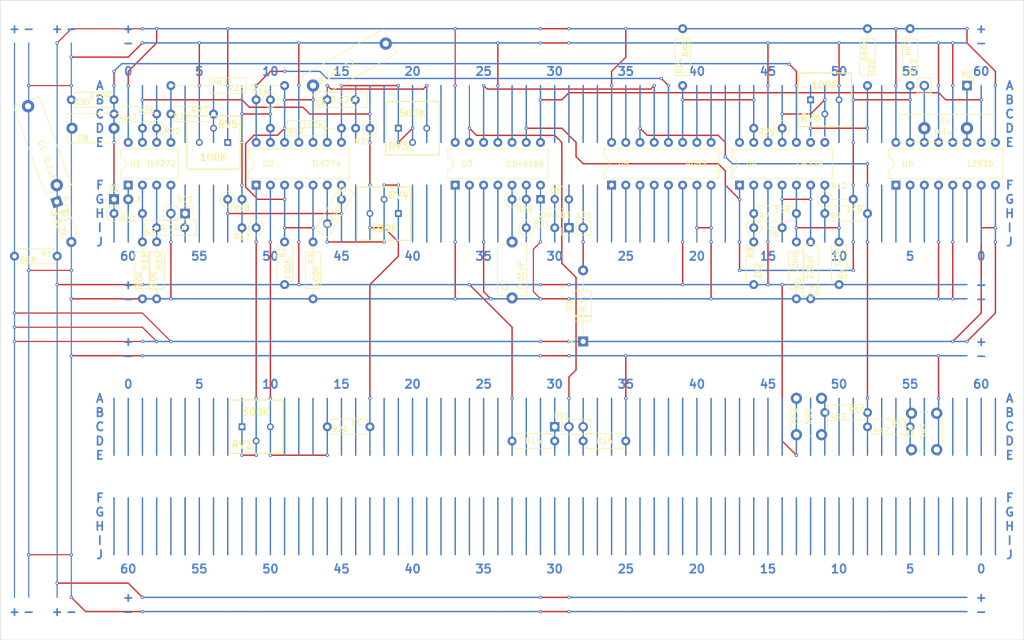
<source format=kicad_pcb>
(kicad_pcb (version 20240108) (generator "pcbnew") (generator_version "8.0")
  (title_block (title "Laser-Guided Tracking Servo Breadboard Layout") (date "2024-05-06") (rev "0") (company "ZAM Industries LLC") (comment 1 "Drawn By: Mark Vaughn"))
  (layers (0 "F.Cu" signal) (31 "B.Cu" signal) (34 "B.Paste" user) (35 "F.Paste" user) (36 "B.SilkS" user "B.Silkscreen") (37 "F.SilkS" user "F.Silkscreen") (38 "B.Mask" user) (39 "F.Mask" user) (44 "Edge.Cuts" user))
  (net 0 "")
  (net 1 "GND")
  (net 2 "+6V")
  (net 3 "SGND")
  (net 4 "Net-(U4A--)")
  (net 5 "Net-(M1-+)")
  (net 6 "Net-(M1--)")
  (net 7 "Net-(C5-Pad2)")
  (net 8 "Net-(U2B--)")
  (net 9 "Net-(U2C--)")
  (net 10 "Net-(C6-Pad1)")
  (net 11 "Net-(C7-Pad1)")
  (net 12 "Net-(D2-K)")
  (net 13 "Net-(SC1-+)")
  (net 14 "Net-(U1A-+)")
  (net 15 "Net-(D2-A)")
  (net 16 "V_Supply")
  (net 17 "Net-(D3-A)")
  (net 18 "Net-(LD1-K)")
  (net 19 "Net-(Q1-B)")
  (net 20 "Net-(U4A-+)")
  (net 21 "Net-(R6-Pad1)")
  (net 22 "Net-(U5-X)")
  (net 23 "Net-(U4B-+)")
  (net 24 "Net-(R10-Pad1)")
  (net 25 "Net-(R11-Pad2)")
  (net 26 "Net-(U6-4A)")
  (net 27 "Net-(U2D--)")
  (net 28 "Net-(U5-X0)")
  (net 29 "Net-(R15-Pad2)")
  (net 30 "Net-(R17-Pad1)")
  (net 31 "Net-(R16-Pad1)")
  (net 32 "Net-(U2A--)")
  (net 33 "Net-(U1B--)")
  (net 34 "Net-(U1B-+)")
  (net 35 "Net-(U5-A)")
  (net 36 "Net-(U4C-+)")
  (net 37 "Net-(R19-Pad1)")
  (net 38 "Net-(R20-Pad1)")
  (net 39 "Net-(R27-Pad1)")
  (net 40 "Net-(U1A--)")
  (net 41 "Net-(RV1-Pad2)")
  (net 42 "Net-(R28-Pad2)")
  (net 43 "Net-(R29-Pad2)")
  (net 44 "unconnected-(U3-Pad2)")
  (net 45 "unconnected-(U3-Pad4)")
  (net 46 "Net-(U6-3A)")
  (net 47 "Net-(U5-X1)")
  (net 48 "unconnected-(U3-Pad10)")
  (net 50 "unconnected-(U4-Pad14)")
  (net 52 "unconnected-(U5-Z-Pad4)")
  (net 53 "unconnected-(U5-Z0-Pad5)")
  (net 54 "unconnected-(U5-C-Pad9)")
  (net 55 "unconnected-(U5-B-Pad10)")
  (net 56 "unconnected-(U5-Z1-Pad3)")
  (net 57 "unconnected-(U5-Y0-Pad2)")
  (net 58 "unconnected-(U5-Y1-Pad1)")
  (net 59 "unconnected-(U5-Y-Pad15)")
  (net 60 "unconnected-(U6-1A-Pad2)")
  (net 61 "unconnected-(U6-1Y-Pad3)")
  (net 62 "unconnected-(U6-2Y-Pad6)")
  (net 63 "unconnected-(U6-2A-Pad7)")
  (net 64 "unconnected-(U6-EN1,2-Pad1)")
  (footprint "Diode_THT:D_A-405_P7.62mm_Horizontal" (layer "F.Cu") (at 68.513807 74.119542 -70)
    (property "Reference" "D1")
    (property "Value" "6.2V")
  )
  (footprint "Resistor_THT:R_Axial_DIN0207_L6.3mm_D2.5mm_P7.62mm_Horizontal" (layer "F.Cu") (at 149.86 116.84)
    (property "Reference" "R15")
    (property "Value" "1M5")
  )
  (footprint "Resistor_THT:R_Axial_DIN0207_L6.3mm_D2.5mm_P5.08mm_Vertical" (layer "F.Cu") (at 198.12 60.96 180)
    (property "Reference" "R25")
    (property "Value" "470K")
  )
  (footprint "SamacSys_Parts:3386P1503" (layer "F.Cu") (at 129.54 60.96 180)
    (property "Reference" "RV3")
    (property "Value" "500K")
  )
  (footprint "Package_DIP:DIP-16_W7.62mm" (layer "F.Cu") (at 167.64 71.12 90)
    (property "Reference" "U5")
    (property "Value" "4053")
  )
  (footprint "Resistor_THT:R_Axial_DIN0207_L6.3mm_D2.5mm_P7.62mm_Horizontal" (layer "F.Cu") (at 124.46 114.3 180)
    (property "Reference" "R20")
    (property "Value" "1K")
  )
  (footprint "Resistor_THT:R_Axial_DIN0207_L6.3mm_D2.5mm_P7.62mm_Horizontal" (layer "F.Cu") (at 213.36 114.3)
    (property "Reference" "R11")
    (property "Value" "4K7")
  )
  (footprint "Diode_THT:D_A-405_P12.70mm_Horizontal" (layer "F.Cu") (at 162.56 99.06 90)
    (property "Reference" "D3")
    (property "Value" "9.1V")
  )
  (footprint "Capacitor_THT:C_Rect_L16.5mm_W4.7mm_P15.00mm_MKT" (layer "F.Cu") (at 234.95 60.96 180)
    (property "Reference" "C4")
    (property "Value" "0.1uF")
  )
  (footprint "Connector_PinHeader_2.54mm:PinHeader_1x02_P2.54mm_Vertical" (layer "F.Cu") (at 91.44 76.2 -90)
    (property "Reference" "SC1")
    (property "Value" "Solar_Cell")
  )
  (footprint "Resistor_THT:R_Axial_DIN0207_L6.3mm_D2.5mm_P10.16mm_Horizontal" (layer "F.Cu") (at 213.36 43.18 -90)
    (property "Reference" "R28")
    (property "Value" "680K")
  )
  (footprint "Resistor_THT:R_Axial_DIN0207_L6.3mm_D2.5mm_P2.54mm_Vertical" (layer "F.Cu") (at 124.46 60.96 180)
    (property "Reference" "R21")
    (property "Value" "47K")
  )
  (footprint "Resistor_THT:R_Axial_DIN0207_L6.3mm_D2.5mm_P7.62mm_Horizontal" (layer "F.Cu") (at 193.04 88.9 90)
    (property "Reference" "R8")
    (property "Value" "2K2")
  )
  (footprint "Resistor_THT:R_Axial_DIN0207_L6.3mm_D2.5mm_P7.62mm_Horizontal" (layer "F.Cu") (at 109.22 88.9 90)
    (property "Reference" "R2")
    (property "Value" "100K")
  )
  (footprint "Resistor_THT:R_Axial_DIN0207_L6.3mm_D2.5mm_P10.16mm_Horizontal" (layer "F.Cu") (at 220.98 43.18 -90)
    (property "Reference" "R13")
    (property "Value" "4K7")
  )
  (footprint "Resistor_THT:R_Axial_DIN0207_L6.3mm_D2.5mm_P10.16mm_Horizontal" (layer "F.Cu") (at 86.36 81.28 -90)
    (property "Reference" "R34")
    (property "Value" "10K")
  )
  (footprint "Resistor_THT:R_Axial_DIN0207_L6.3mm_D2.5mm_P7.62mm_Horizontal" (layer "F.Cu") (at 213.36 76.2 180)
    (property "Reference" "R9")
    (property "Value" "1K5")
  )
  (footprint "SamacSys_Parts:3386P1503" (layer "F.Cu") (at 203.2 55.88 180)
    (property "Reference" "RV6")
    (property "Value" "100K")
  )
  (footprint "Capacitor_THT:C_Disc_D9.0mm_W5.0mm_P10.00mm" (layer "F.Cu") (at 149.86 81.28 -90)
    (property "Reference" "C7")
    (property "Value" "0.01uF")
  )
  (footprint "Package_DIP:DIP-16_W7.62mm" (layer "F.Cu") (at 218.44 71.12 90)
    (property "Reference" "U6")
    (property "Value" "L293D")
  )
  (footprint "Capacitor_THT:C_Rect_L16.5mm_W4.7mm_P15.00mm_MKT" (layer "F.Cu") (at 114.3 53.34 30)
    (property "Reference" "C2")
    (property "Value" "0.1uF")
  )
  (footprint "Capacitor_THT:C_Disc_D9.0mm_W2.5mm_P5.00mm" (layer "F.Cu") (at 91.36 78.74 180)
    (property "Reference" "C9")
    (property "Value" "0.01uF")
  )
  (footprint "Resistor_THT:R_Axial_DIN0207_L6.3mm_D2.5mm_P7.62mm_Horizontal" (layer "F.Cu") (at 96.52 58.42 180)
    (property "Reference" "R27")
    (property "Value" "4M7")
  )
  (footprint "SamacSys_Parts:3386P1503" (layer "F.Cu") (at 99.06 63.5)
    (property "Reference" "RV5")
    (property "Value" "100K")
  )
  (footprint "Package_DIP:DIP-14_W7.62mm" (layer "F.Cu") (at 190.5 71.12 90)
    (property "Reference" "U4")
    (property "Value" "LM339")
  )
  (footprint "Package_DIP:DIP-8_W7.62mm" (layer "F.Cu") (at 81.28 71.12 90)
    (property "Reference" "U1")
    (property "Value" "TLV272")
  )
  (footprint "Package_TO_SOT_THT:TO-92L_Inline_Wide" (layer "F.Cu") (at 154.94 73.66)
    (property "Reference" "Q1")
    (property "Value" "2N4401")
  )
  (footprint "Resistor_THT:R_Axial_DIN0207_L6.3mm_D2.5mm_P7.62mm_Horizontal" (layer "F.Cu") (at 78.74 55.88 180)
    (property "Reference" "R30")
    (property "Value" "270K")
  )
  (footprint "Resistor_THT:R_Axial_DIN0207_L6.3mm_D2.5mm_P10.16mm_Horizontal" (layer "F.Cu") (at 180.34 43.18 -90)
    (property "Reference" "R24")
    (property "Value" "6K8")
  )
  (footprint "Capacitor_THT:C_Disc_D9.0mm_W5.0mm_P7.50mm" (layer "F.Cu") (at 78.74 60.96 180)
    (property "Reference" "C8")
    (property "Value" "0.22uF")
  )
  (footprint "Connector_PinHeader_2.54mm:PinHeader_1x03_P2.54mm_Vertical" (layer "F.Cu") (at 157.48 114.3 90)
    (property "Reference" "RV1")
    (property "Value" "2M")
  )
  (footprint "SamacSys_Parts:3386P1503" (layer "F.Cu") (at 129.54 76.2)
    (property "Reference" "RV4")
    (property "Value" "100K")
  )
  (footprint "Resistor_THT:R_Axial_DIN0207_L6.3mm_D2.5mm_P7.62mm_Horizontal" (layer "F.Cu") (at 78.74 58.42)
    (property "Reference" "R26")
    (property "Value" "4M7")
  )
  (footprint "Capacitor_THT:C_Rect_L16.5mm_W4.7mm_P15.00mm_MKT" (layer "F.Cu") (at 68.515277 71.12 110)
    (property "Reference" "C1")
    (property "Value" "0.1uF")
  )
  (footprint "Capacitor_THT:C_Disc_D9.0mm_W2.5mm_P5.00mm" (layer "F.Cu") (at 121.84 55.88 180)
    (property "Reference" "C6")
    (property "Value" "0.22uF")
  )
  (footprint "Resistor_THT:R_Axial_DIN0207_L6.3mm_D2.5mm_P2.54mm_Vertical" (layer "F.Cu") (at 86.36 60.96 180)
    (property "Reference" "R22")
    (property "Value" "2M2")
  )
  (footprint "Resistor_THT:R_Axial_DIN0207_L6.3mm_D2.5mm_P2.54mm_Vertical" (layer "F.Cu") (at 149.86 73.66)
    (property "Reference" "R29")
    (property "Value" "100K")
  )
  (footprint "Package_DIP:DIP-14_W7.62mm" (layer "F.Cu") (at 104.14 71.12 90)
    (property "Reference" "U2")
    (property "Value" "TLV274")
  )
  (footprint "Resistor_THT:R_Axial_DIN0207_L6.3mm_D2.5mm_P5.08mm_Vertical" (layer "F.Cu") (at 193.04 78.74)
    (property "Reference" "R6")
    (property "Value" "68K")
  )
  (footprint "Resistor_THT:R_Axial_DIN0207_L6.3mm_D2.5mm_P10.16mm_Horizontal" (layer "F.Cu") (at 114.3 81.28 -90)
    (property "Reference" "R3")
    (property "Value" "100K")
  )
  (footprint "SamacSys_Parts:3386P1503" (layer "F.Cu") (at 101.6 114.3 180)
    (property "Reference" "RV2")
    (property "Value" "500K")
  )
  (footprint "Resistor_THT:R_Axial_DIN0207_L6.3mm_D2.5mm_P15.24mm_Horizontal" (layer "F.Cu") (at 106.68 53.34 180)
    (property "Reference" "R23")
    (property "Value" "2M2")
  )
  (footprint "Diode_THT:D_A-405_P2.54mm_Vertical_AnodeUp" (layer "F.Cu") (at 78.74 73.66)
    (property "Reference" "D2")
    (property "Value" "1N4148")
  )
  (footprint "Package_DIP:DIP-14_W7.62mm" (layer "F.Cu") (at 139.7 71.12 90)
    (property "Reference" "U3")
    (property "Value" "CD40106")
  )
  (footprint "Capacitor_THT:C_Disc_D9.0mm_W2.5mm_P5.00mm" (layer "F.Cu") (at 203.2 83.82 -90)
    (property "Reference" "C3")
    (property "Value" "220pF")
  )
  (footprint "Resistor_THT:R_Axial_DIN0207_L6.3mm_D2.5mm_P10.16mm_Horizontal" (layer "F.Cu") (at 200.66 91.44 90)
    (property "Reference" "R5")
    (property "Value" "120K")
  )
  (footprint "Resistor_THT:R_Axial_DIN0207_L6.3mm_D2.5mm_P2.54mm_Vertical" (layer "F.Cu") (at 104.14 78.74 180)
    (property "Reference" "R17")
    (property "Value" "100K")
  )
  (footprint "Resistor_THT:R_Axial_DIN0207_L6.3mm_D2.5mm_P7.62mm_Horizontal" (layer "F.Cu") (at 205.74 111.76)
    (property "Reference" "R10")
    (property "Value" "4K7")
  )
  (footprint "Connector_PinHeader_2.54mm:PinHeader_1x02_P2.54mm_Vertical" (layer "F.Cu") (at 160.02 78.74 90)
    (property "Reference" "LD1")
    (property "Value" "D_Laser_1C2A")
  )
  (footprint "Resistor_THT:R_Axial_DIN0207_L6.3mm_D2.5mm_P7.62mm_Horizontal" (layer "F.Cu") (at 162.56 116.84)
    (property "Reference" "R16")
    (property "Value" "1M5")
  )
  (footprint "Resistor_THT:R_Axial_DIN0207_L6.3mm_D2.5mm_P5.08mm_Vertical" (layer "F.Cu") (at 152.4 78.74)
    (property "Reference" "R31")
    (property "Value" "1K")
  )
  (footprint "Resistor_THT:R_Axial_DIN0207_L6.3mm_D2.5mm_P5.08mm_Vertical" (layer "F.Cu") (at 78.74 76.2)
    (property "Reference" "R32")
    (property "Value" "3M3")
  )
  (footprint "Resistor_THT:R_Axial_DIN0207_L6.3mm_D2.5mm_P10.16mm_Horizontal" (layer "F.Cu") (at 83.82 81.28 -90)
    (property "Reference" "R33")
    (property "Value" "10K")
  )
  (footprint "Connector_PinHeader_2.54mm:PinHeader_1x02_P2.54mm_Vertical" (layer "F.Cu") (at 228.6 53.34 -90)
    (property "Reference" "M1")
    (property "Value" "DC Motor")
  )
  (footprint "Resistor_THT:R_Axial_DIN0207_L6.3mm_D2.5mm_P7.62mm_Horizontal" (layer "F.Cu") (at 208.28 81.28 -90)
    (property "Reference" "R4")
    (property "Value" "120K")
  )
  (footprint "Resistor_THT:R_Axial_DIN0207_L6.3mm_D2.5mm_P5.08mm_Vertical" (layer "F.Cu") (at 205.74 73.66)
    (property "Reference" "R12")
    (property "Value" "100K")
  )
  (footprint "Button_Switch_THT:SW_PUSH_6mm_H9.5mm" (layer "F.Cu") (at 205.16 109.22 -90)
    (property "Reference" "SW1")
    (property "Value" "CCW")
  )
  (footprint "Button_Switch_THT:SW_PUSH_6mm_H9.5mm" (layer "F.Cu") (at 225.727342 111.891551 -90)
    (property "Reference" "SW2")
    (property "Value" "CW")
  )
  (footprint "Resistor_THT:R_Axial_DIN0207_L6.3mm_D2.5mm_P2.54mm_Vertical" (layer "F.Cu") (at 106.68 55.88 180)
    (property "Reference" "R14")
    (property "Value" "100K")
  )
  (footprint "Resistor_THT:R_Axial_DIN0207_L6.3mm_D2.5mm_P15.24mm_Horizontal" (layer "F.Cu") (at 119.38 60.96 180)
    (property "Reference" "R19")
    (property "Value" "100K")
  )
  (footprint "Resistor_THT:R_Axial_DIN0207_L6.3mm_D2.5mm_P7.62mm_Horizontal" (layer "F.Cu") (at 60.96 83.82)
    (property "Reference" "R1")
    (property "Value" "68R")
  )
  (footprint "Resistor_THT:R_Axial_DIN0207_L6.3mm_D2.5mm_P2.54mm_Vertical" (layer "F.Cu") (at 99.06 73.66)
    (property "Reference" "R18")
    (property "Value" "100K")
  )
  (footprint "Capacitor_THT:C_Disc_D9.0mm_W2.5mm_P5.00mm" (layer "F.Cu") (at 116.88 77.990127 60)
    (property "Reference" "C5")
    (property "Value" "0.22uF")
  )
  (footprint "Resistor_THT:R_Axial_DIN0207_L6.3mm_D2.5mm_P7.62mm_Horizontal" (layer "F.Cu") (at 200.66 76.2 180)
    (property "Reference" "R7")
    (property "Value" "15K")
  )
  (gr_rect (start 58.42 38.1) (end 241.3 152.4) (stroke (width 0.1)) (fill none) (layer "Edge.Cuts"))
  (gr_text "40" (at 182.88 50.8 0) (layer "B.Cu") (effects (font (size 1.5 1.5) (thickness 0.3) (bold yes))))
  (gr_text "40" (at 132.08 139.7 0) (layer "B.Cu") (effects (font (size 1.5 1.5) (thickness 0.3) (bold yes))))
  (gr_text "20" (at 132.08 106.68 0) (layer "B.Cu") (effects (font (size 1.5 1.5) (thickness 0.3) (bold yes))))
  (gr_text "5" (at 93.98 50.8 0) (layer "B.Cu") (effects (font (size 1.5 1.5) (thickness 0.3) (bold yes))))
  (gr_text "+" (at 81.28 144.78 0) (layer "B.Cu") (effects (font (size 1.5 1.5) (thickness 0.3) (bold yes)) (justify mirror)))
  (gr_text "-" (at 233.68 101.6 0) (layer "B.Cu") (effects (font (size 1.5 1.5) (thickness 0.3) (bold yes)) (justify mirror)))
  (gr_text "40" (at 182.88 106.68 0) (layer "B.Cu") (effects (font (size 1.5 1.5) (thickness 0.3) (bold yes))))
  (gr_text "-" (at 63.5 147.32 0) (layer "B.Cu") (effects (font (size 1.5 1.5) (thickness 0.3) (bold yes)) (justify mirror)))
  (gr_text "35" (at 170.18 50.8 0) (layer "B.Cu") (effects (font (size 1.5 1.5) (thickness 0.3) (bold yes))))
  (gr_text "C" (at 238.76 114.3 0) (layer "B.Cu") (effects (font (size 1.5 1.5) (thickness 0.3) (bold yes))))
  (gr_text "45" (at 119.38 139.7 0) (layer "B.Cu") (effects (font (size 1.5 1.5) (thickness 0.3) (bold yes))))
  (gr_text "-" (at 81.28 147.32 0) (layer "B.Cu") (effects (font (size 1.5 1.5) (thickness 0.3) (bold yes)) (justify mirror)))
  (gr_text "+" (at 60.96 147.32 0) (layer "B.Cu") (effects (font (size 1.5 1.5) (thickness 0.3) (bold yes)) (justify mirror)))
  (gr_text "35" (at 170.18 106.68 0) (layer "B.Cu") (effects (font (size 1.5 1.5) (thickness 0.3) (bold yes))))
  (gr_text "F" (at 76.2 127 0) (layer "B.Cu") (effects (font (size 1.5 1.5) (thickness 0.3) (bold yes))))
  (gr_text "60" (at 81.28 83.82 0) (layer "B.Cu") (effects (font (size 1.5 1.5) (thickness 0.3) (bold yes))))
  (gr_text "5" (at 220.98 139.7 0) (layer "B.Cu") (effects (font (size 1.5 1.5) (thickness 0.3) (bold yes))))
  (gr_text "20" (at 182.88 139.7 0) (layer "B.Cu") (effects (font (size 1.5 1.5) (thickness 0.3) (bold yes))))
  (gr_text "J" (at 238.76 81.28 0) (layer "B.Cu") (effects (font (size 1.5 1.5) (thickness 0.3) (bold yes))))
  (gr_text "+" (at 81.28 88.9 0) (layer "B.Cu") (effects (font (size 1.5 1.5) (thickness 0.3) (bold yes)) (justify mirror)))
  (gr_text "B" (at 238.76 111.76 0) (layer "B.Cu") (effects (font (size 1.5 1.5) (thickness 0.3) (bold yes))))
  (gr_text "D" (at 238.76 60.96 0) (layer "B.Cu") (effects (font (size 1.5 1.5) (thickness 0.3) (bold yes))))
  (gr_text "I" (at 76.2 78.74 0) (layer "B.Cu") (effects (font (size 1.5 1.5) (thickness 0.3) (bold yes))))
  (gr_text "25" (at 170.18 139.7 0) (layer "B.Cu") (effects (font (size 1.5 1.5) (thickness 0.3) (bold yes))))
  (gr_text "+" (at 233.68 88.9 0) (layer "B.Cu") (effects (font (size 1.5 1.5) (thickness 0.3) (bold yes)) (justify mirror)))
  (gr_text "+" (at 81.28 99.06 0) (layer "B.Cu") (effects (font (size 1.5 1.5) (thickness 0.3) (bold yes)) (justify mirror)))
  (gr_text "0" (at 233.68 83.82 0) (layer "B.Cu") (effects (font (size 1.5 1.5) (thickness 0.3) (bold yes)) (justify mirror)))
  (gr_text "0" (at 81.28 106.68 0) (layer "B.Cu") (effects (font (size 1.5 1.5) (thickness 0.3) (bold yes)) (justify mirror)))
  (gr_text "10" (at 106.68 106.68 0) (layer "B.Cu") (effects (font (size 1.5 1.5) (thickness 0.3) (bold yes))))
  (gr_text "B" (at 76.2 55.88 0) (layer "B.Cu") (effects (font (size 1.5 1.5) (thickness 0.3) (bold yes))))
  (gr_text "C" (at 76.2 114.3 0) (layer "B.Cu") (effects (font (size 1.5 1.5) (thickness 0.3) (bold yes))))
  (gr_text "25" (at 144.78 50.8 0) (layer "B.Cu") (effects (font (size 1.5 1.5) (thickness 0.3) (bold yes))))
  (gr_text "+" (at 81.28 43.18 0) (layer "B.Cu") (effects (font (size 1.5 1.5) (thickness 0.3) (bold yes)) (justify mirror)))
  (gr_text "20" (at 182.88 83.82 0) (layer "B.Cu") (effects (font (size 1.5 1.5) (thickness 0.3) (bold yes))))
  (gr_text "10" (at 208.28 83.82 0) (layer "B.Cu") (effects (font (size 1.5 1.5) (thickness 0.3) (bold yes))))
  (gr_text "+" (at 68.58 147.32 0) (layer "B.Cu") (effects (font (size 1.5 1.5) (thickness 0.3) (bold yes)) (justify mirror)))
  (gr_text "+" (at 233.68 99.06 0) (layer "B.Cu") (effects (font (size 1.5 1.5) (thickness 0.3) (bold yes)) (justify mirror)))
  (gr_text "J" (at 238.76 137.16 0) (layer "B.Cu") (effects (font (size 1.5 1.5) (thickness 0.3) (bold yes))))
  (gr_text "B" (at 76.2 111.76 0) (layer "B.Cu") (effects (font (size 1.5 1.5) (thickness 0.3) (bold yes))))
  (gr_text "-" (at 71.12 43.18 0) (layer "B.Cu") (effects (font (size 1.5 1.5) (thickness 0.3) (bold yes)) (justify mirror)))
  (gr_text "15" (at 119.38 50.8 0) (layer "B.Cu") (effects (font (size 1.5 1.5) (thickness 0.3) (bold yes))))
  (gr_text "I" (at 238.76 78.74 0) (layer "B.Cu") (effects (font (size 1.5 1.5) (thickness 0.3) (bold yes))))
  (gr_text "5" (at 220.98 83.82 0) (layer "B.Cu") (effects (font (size 1.5 1.5) (thickness 0.3) (bold yes))))
  (gr_text "B" (at 238.76 55.88 0) (layer "B.Cu") (effects (font (size 1.5 1.5) (thickness 0.3) (bold yes))))
  (gr_text "-" (at 81.28 91.44 0) (layer "B.Cu") (effects (font (size 1.5 1.5) (thickness 0.3) (bold yes)) (justify mirror)))
  (gr_text "+" (at 233.68 144.78 0) (layer "B.Cu") (effects (font (size 1.5 1.5) (thickness 0.3) (bold yes)) (justify mirror)))
  (gr_text "45" (at 195.58 106.68 0) (layer "B.Cu") (effects (font (size 1.5 1.5) (thickness 0.3) (bold yes))))
  (gr_text "G" (at 238.76 129.54 0) (layer "B.Cu") (effects (font (size 1.5 1.5) (thickness 0.3) (bold yes))))
  (gr_text "F" (at 238.76 127 0) (layer "B.Cu") (effects (font (size 1.5 1.5) (thickness 0.3) (bold yes))))
  (gr_text "-" (at 233.68 91.44 0) (layer "B.Cu") (effects (font (size 1.5 1.5) (thickness 0.3) (bold yes)) (justify mirror)))
  (gr_text "15" (at 119.38 106.68 0) (layer "B.Cu") (effects (font (size 1.5 1.5) (thickness 0.3) (bold yes))))
  (gr_text "H" (at 76.2 76.2 0) (layer "B.Cu") (effects (font (size 1.5 1.5) (thickness 0.3) (bold yes))))
  (gr_text "J" (at 76.2 81.28 0) (layer "B.Cu") (effects (font (size 1.5 1.5) (thickness 0.3) (bold yes))))
  (gr_text "C" (at 76.2 58.42 0) (layer "B.Cu") (effects (font (size 1.5 1.5) (thickness 0.3) (bold yes))))
  (gr_text "F" (at 76.2 71.12 0) (layer "B.Cu") (effects (font (size 1.5 1.5) (thickness 0.3) (bold yes))))
  (gr_text "+" (at 68.58 43.18 0) (layer "B.Cu") (effects (font (size 1.5 1.5) (thickness 0.3) (bold yes)) (justify mirror)))
  (gr_text "-" (at 81.28 101.6 0) (layer "B.Cu") (effects (font (size 1.5 1.5) (thickness 0.3) (bold yes)) (justify mirror)))
  (gr_text "15" (at 195.58 139.7 0) (layer "B.Cu") (effects (font (size 1.5 1.5) (thickness 0.3) (bold yes))))
  (gr_text "D" (at 238.76 116.84 0) (layer "B.Cu") (effects (font (size 1.5 1.5) (thickness 0.3) (bold yes))))
  (gr_text "35" (at 144.78 83.82 0) (layer "B.Cu") (effects (font (size 1.5 1.5) (thickness 0.3) (bold yes))))
  (gr_text "20" (at 132.08 50.8 0) (layer "B.Cu") (effects (font (size 1.5 1.5) (thickness 0.3) (bold yes))))
  (gr_text "60" (at 233.68 106.68 0) (layer "B.Cu") (effects (font (size 1.5 1.5) (thickness 0.3) (bold yes))))
  (gr_text "15" (at 195.58 83.82 0) (layer "B.Cu") (effects (font (size 1.5 1.5) (thickness 0.3) (bold yes))))
  (gr_text "0" (at 233.68 139.7 0) (layer "B.Cu") (effects (font (size 1.5 1.5) (thickness 0.3) (bold yes)) (justify mirror)))
  (gr_text "A" (at 238.76 53.34 0) (layer "B.Cu") (effects (font (size 1.5 1.5) (thickness 0.3) (bold yes))))
  (gr_text "I" (at 238.76 134.62 0) (layer "B.Cu") (effects (font (size 1.5 1.5) (thickness 0.3) (bold yes))))
  (gr_text "30" (at 157.48 50.8 0) (layer "B.Cu") (effects (font (size 1.5 1.5) (thickness 0.3) (bold yes))))
  (gr_text "5" (at 93.98 106.68 0) (layer "B.Cu") (effects (font (size 1.5 1.5) (thickness 0.3) (bold yes))))
  (gr_text "+" (at 60.96 43.18 0) (layer "B.Cu") (effects (font (size 1.5 1.5) (thickness 0.3) (bold yes)) (justify mirror)))
  (gr_text "50" (at 208.28 50.8 0) (layer "B.Cu") (effects (font (size 1.5 1.5) (thickness 0.3) (bold yes))))
  (gr_text "10" (at 208.28 139.7 0) (layer "B.Cu") (effects (font (size 1.5 1.5) (thickness 0.3) (bold yes))))
  (gr_text "H" (at 238.76 132.08 0) (layer "B.Cu") (effects (font (size 1.5 1.5) (thickness 0.3) (bold yes))))
  (gr_text "60" (at 81.28 139.7 0) (layer "B.Cu") (effects (font (size 1.5 1.5) (thickness 0.3) (bold yes))))
  (gr_text "50" (at 106.68 83.82 0) (layer "B.Cu") (effects (font (size 1.5 1.5) (thickness 0.3) (bold yes))))
  (gr_text "25" (at 170.18 83.82 0) (layer "B.Cu") (effects (font (size 1.5 1.5) (thickness 0.3) (bold yes))))
  (gr_text "25" (at 144.78 106.68 0) (layer "B.Cu") (effects (font (size 1.5 1.5) (thickness 0.3) (bold yes))))
  (gr_text "E" (at 76.2 119.38 0) (layer "B.Cu") (effects (font (size 1.5 1.5) (thickness 0.3) (bold yes))))
  (gr_text "55" (at 93.98 139.7 0) (layer "B.Cu") (effects (font (size 1.5 1.5) (thickness 0.3) (bold yes))))
  (gr_text "10" (at 106.68 50.8 0) (layer "B.Cu") (effects (font (size 1.5 1.5) (thickness 0.3) (bold yes))))
  (gr_text "G" (at 238.76 73.66 0) (layer "B.Cu") (effects (font (size 1.5 1.5) (thickness 0.3) (bold yes))))
  (gr_text "F" (at 238.76 71.12 0) (layer "B.Cu") (effects (font (size 1.5 1.5) (thickness 0.3) (bold yes))))
  (gr_text "E" (at 238.76 119.38 0) (layer "B.Cu") (effects (font (size 1.5 1.5) (thickness 0.3) (bold yes))))
  (gr_text "G" (at 76.2 129.54 0) (layer "B.Cu") (effects (font (size 1.5 1.5) (thickness 0.3) (bold yes))))
  (gr_text "35" (at 144.78 139.7 0) (layer "B.Cu") (effects (font (size 1.5 1.5) (thickness 0.3) (bold yes))))
  (gr_text "-" (at 233.68 147.32 0) (layer "B.Cu") (effects (font (size 1.5 1.5) (thickness 0.3) (bold yes)) (justify mirror)))
  (gr_text "50" (at 208.28 106.68 0) (layer "B.Cu") (effects (font (size 1.5 1.5) (thickness 0.3) (bold yes))))
  (gr_text "55" (at 220.98 50.8 0) (layer "B.Cu") (effects (font (size 1.5 1.5) (thickness 0.3) (bold yes))))
  (gr_text "30" (at 157.48 106.68 0) (layer "B.Cu") (effects (font (size 1.5 1.5) (thickness 0.3) (bold yes))))
  (gr_text "-" (at 63.5 43.18 0) (layer "B.Cu") (effects (font (size 1.5 1.5) (thickness 0.3) (bold yes)) (justify mirror)))
  (gr_text "45" (at 195.58 50.8 0) (layer "B.Cu") (effects (font (size 1.5 1.5) (thickness 0.3) (bold yes))))
  (gr_text "-" (at 71.12 147.32 0) (layer "B.Cu") (effects (font (size 1.5 1.5) (thickness 0.3) (bold yes)) (justify mirror)))
  (gr_text "30" (at 157.48 83.82 0) (layer "B.Cu") (effects (font (size 1.5 1.5) (thickness 0.3) (bold yes))))
  (gr_text "I" (at 76.2 134.62 0) (layer "B.Cu") (effects (font (size 1.5 1.5) (thickness 0.3) (bold yes))))
  (gr_text "G" (at 76.2 73.66 0) (layer "B.Cu") (effects (font (size 1.5 1.5) (thickness 0.3) (bold yes))))
  (gr_text "40" (at 132.08 83.82 0) (layer "B.Cu") (effects (font (size 1.5 1.5) (thickness 0.3) (bold yes))))
  (gr_text "-" (at 233.68 45.72 0) (layer "B.Cu") (effects (font (size 1.5 1.5) (thickness 0.3) (bold yes)) (justify mirror)))
  (gr_text "45" (at 119.38 83.82 0) (layer "B.Cu") (effects (font (size 1.5 1.5) (thickness 0.3) (bold yes))))
  (gr_text "+" (at 233.68 43.18 0) (layer "B.Cu") (effects (font (size 1.5 1.5) (thickness 0.3) (bold yes)) (justify mirror)))
  (gr_text "A" (at 76.2 109.22 0) (layer "B.Cu") (effects (font (size 1.5 1.5) (thickness 0.3) (bold yes))))
  (gr_text "-" (at 81.28 45.72 0) (layer "B.Cu") (effects (font (size 1.5 1.5) (thickness 0.3) (bold yes)) (justify mirror)))
  (gr_text "55" (at 220.98 106.68 0) (layer "B.Cu") (effects (font (size 1.5 1.5) (thickness 0.3) (bold yes))))
  (gr_text "C" (at 238.76 58.42 0) (layer "B.Cu") (effects (font (size 1.5 1.5) (thickness 0.3) (bold yes))))
  (gr_text "60" (at 233.68 50.8 0) (layer "B.Cu") (effects (font (size 1.5 1.5) (thickness 0.3) (bold yes))))
  (gr_text "H" (at 76.2 132.08 0) (layer "B.Cu") (effects (font (size 1.5 1.5) (thickness 0.3) (bold yes))))
  (gr_text "30" (at 157.48 139.7 0) (layer "B.Cu") (effects (font (size 1.5 1.5) (thickness 0.3) (bold yes))))
  (gr_text "50" (at 106.68 139.7 0) (layer "B.Cu") (effects (font (size 1.5 1.5) (thickness 0.3) (bold yes))))
  (gr_text "J" (at 76.2 137.16 0) (layer "B.Cu") (effects (font (size 1.5 1.5) (thickness 0.3) (bold yes))))
  (gr_text "E" (at 76.2 63.5 0) (layer "B.Cu") (effects (font (size 1.5 1.5) (thickness 0.3) (bold yes))))
  (gr_text "D" (at 76.2 60.96 0) (layer "B.Cu") (effects (font (size 1.5 1.5) (thickness 0.3) (bold yes))))
  (gr_text "E" (at 238.76 63.5 0) (layer "B.Cu") (effects (font (size 1.5 1.5) (thickness 0.3) (bold yes))))
  (gr_text "D" (at 76.2 116.84 0) (layer "B.Cu") (effects (font (size 1.5 1.5) (thickness 0.3) (bold yes))))
  (gr_text "55" (at 93.98 83.82 0) (layer "B.Cu") (effects (font (size 1.5 1.5) (thickness 0.3) (bold yes))))
  (gr_text "H" (at 238.76 76.2 0) (layer "B.Cu") (effects (font (size 1.5 1.5) (thickness 0.3) (bold yes))))
  (gr_text "A" (at 238.76 109.22 0) (layer "B.Cu") (effects (font (size 1.5 1.5) (thickness 0.3) (bold yes))))
  (gr_text "A" (at 76.2 53.34 0) (layer "B.Cu") (effects (font (size 1.5 1.5) (thickness 0.3) (bold yes))))
  (gr_text "0" (at 81.28 50.8 0) (layer "B.Cu") (effects (font (size 1.5 1.5) (thickness 0.3) (bold yes))))
  (segment (start 193.04 137.16) (end 193.04 127) (width 0.25) (layer "B.Cu") (net 0))
  (segment (start 205.74 137.16) (end 205.74 127) (width 0.25) (layer "B.Cu") (net 0))
  (segment (start 172.72 109.22) (end 172.72 119.38) (width 0.25) (layer "B.Cu") (net 0))
  (segment (start 132.08 109.22) (end 132.08 119.38) (width 0.25) (layer "B.Cu") (net 0))
  (segment (start 162.56 53.34) (end 162.56 63.5) (width 0.25) (layer "B.Cu") (net 0))
  (segment (start 185.42 137.16) (end 185.42 127) (width 0.25) (layer "B.Cu") (net 0))
  (segment (start 91.44 116.84) (end 91.44 119.38) (width 0.25) (layer "B.Cu") (net 0))
  (segment (start 127 53.34) (end 127 63.5) (width 0.25) (layer "B.Cu") (net 0))
  (segment (start 152.4 129.54) (end 152.4 127) (width 0.25) (layer "B.Cu") (net 0))
  (segment (start 139.7 137.16) (end 139.7 127) (width 0.25) (layer "B.Cu") (net 0))
  (segment (start 170.18 137.16) (end 170.18 127) (width 0.25) (layer "B.Cu") (net 0))
  (segment (start 93.98 109.22) (end 93.98 119.38) (width 0.25) (layer "B.Cu") (net 0))
  (segment (start 91.44 137.16) (end 91.44 127) (width 0.25) (layer "B.Cu") (net 0))
  (segment (start 86.36 137.16) (end 86.36 127) (width 0.25) (layer "B.Cu") (net 0))
  (segment (start 226.06 137.16) (end 226.06 127) (width 0.25) (layer "B.Cu") (net 0))
  (segment (start 187.96 137.16) (end 187.96 127) (width 0.25) (layer "B.Cu") (net 0))
  (segment (start 109.22 109.22) (end 109.22 119.38) (width 0.25) (layer "B.Cu") (net 0))
  (segment (start 147.32 109.22) (end 147.32 119.38) (width 0.25) (layer "B.Cu") (net 0))
  (segment (start 162.56 129.54) (end 162.56 127) (width 0.25) (layer "B.Cu") (net 0))
  (segment (start 198.12 119.38) (end 198.12 109.22) (width 0.25) (layer "B.Cu") (net 0))
  (segment (start 149.86 137.16) (end 149.86 132.08) (width 0.25) (layer "B.Cu") (net 0))
  (segment (start 157.48 132.08) (end 157.48 129.54) (width 0.25) (layer "B.Cu") (net 0))
  (segment (start 165.1 137.16) (end 165.1 127) (width 0.25) (layer "B.Cu") (net 0))
  (segment (start 215.9 81.28) (end 215.9 71.12) (width 0.25) (layer "B.Cu") (net 0))
  (segment (start 144.78 109.22) (end 144.78 119.38) (width 0.25) (layer "B.Cu") (net 0))
  (segment (start 93.98 137.16) (end 93.98 132.08) (width 0.25) (layer "B.Cu") (net 0))
  (segment (start 203.2 111.76) (end 203.2 119.38) (width 0.25) (layer "B.Cu") (net 0))
  (segment (start 223.52 109.22) (end 223.52 119.38) (width 0.25) (layer "B.Cu") (net 0))
  (segment (start 160.02 129.54) (end 160.02 127) (width 0.25) (layer "B.Cu") (net 0))
  (segment (start 99.06 109.22) (end 99.06 119.38) (width 0.25) (layer "B.Cu") (net 0))
  (segment (start 180.34 109.22) (end 180.34 119.38) (width 0.25) (layer "B.Cu") (net 0))
  (segment (start 215.9 111.76) (end 215.9 119.38) (width 0.25) (layer "B.Cu") (net 0))
  (segment (start 91.44 109.22) (end 91.44 116.84) (width 0.25) (layer "B.Cu") (net 0))
  (segment (start 78.74 137.16) (end 78.74 127) (width 0.25) (layer "B.Cu") (net 0))
  (segment (start 83.82 109.22) (end 83.82 116.84) (width 0.25) (layer "B.Cu") (net 0))
  (segment (start 187.96 109.22) (end 187.96 119.38) (width 0.25) (layer "B.Cu") (net 0))
  (segment (start 198.12 137.16) (end 198.12 127) (width 0.25) (layer "B.Cu") (net 0))
  (segment (start 172.72 137.16) (end 172.72 127) (width 0.25) (layer "B.Cu") (net 0))
  (segment (start 236.22 109.22) (end 236.22 119.38) (width 0.25) (layer "B.Cu") (net 0))
  (segment (start 195.58 119.38) (end 195.58 109.22) (width 0.25) (layer "B.Cu") (net 0))
  (segment (start 180.34 129.54) (end 180.34 127) (width 0.25) (layer "B.Cu") (net 0))
  (segment (start 106.68 127) (end 106.68 137.16) (width 0.25) (layer "B.Cu") (net 0))
  (segment (start 187.96 81.28) (end 187.96 71.12) (width 0.25) (layer "B.Cu") (net 0))
  (segment (start 220.98 137.16) (end 220.98 127) (width 0.25) (layer "B.Cu") (net 0))
  (segment (start 127 109.22) (end 127 119.38) (width 0.25) (layer "B.Cu") (net 0))
  (segment (start 134.62 137.16) (end 134.62 134.62) (width 0.25) (layer "B.Cu") (net 0))
  (segment (start 160.02 53.34) (end 160.02 63.5) (width 0.25) (layer "B.Cu") (net 0))
  (segment (start 129.54 137.16) (end 129.54 127) (width 0.25) (layer "B.Cu") (net 0))
  (segment (start 182.88 109.22) (end 182.88 114.3) (width 0.25) (layer "B.Cu") (net 0))
  (segment (start 231.14 137.16) (end 231.14 127) (width 0.25) (layer "B.Cu") (net 0))
  (segment (start 187.96 53.34) (end 187.96 63.5) (width 0.25) (layer "B.Cu") (net 0))
  (segment (start 114.3 137.16) (end 114.3 129.54) (width 0.25) (layer "B.Cu") (net 0))
  (segment (start 160.02 134.62) (end 160.02 129.54) (width 0.25) (layer "B.Cu") (net 0))
  (segment (start 137.16 53.34) (end 137.16 63.5) (width 0.25) (layer "B.Cu") (net 0))
  (segment (start 182.88 137.16) (end 182.88 132.08) (width 0.25) (layer "B.Cu") (net 0))
  (segment (start 154.94 137.16) (end 154.94 127) (width 0.25) (layer "B.Cu") (net 0))
  (segment (start 177.8 114.3) (end 177.8 119.38) (width 0.25) (layer "B.Cu") (net 0))
  (segment (start 137.16 81.28) (end 137.16 71.12) (width 0.25) (layer "B.Cu") (net 0))
  (segment (start 121.92 137.16) (end 121.92 127) (width 0.25) (layer "B.Cu") (net 0))
  (segment (start 193.04 119.38) (end 193.04 109.22) (width 0.25) (layer "B.Cu") (net 0))
  (segment (start 124.46 137.16) (end 124.46 129.54) (width 0.25) (layer "B.Cu") (net 0))
  (segment (start 203.2 109.22) (end 203.2 111.76) (width 0.25) (layer "B.Cu") (net 0))
  (segment (start 180.34 137.16) (end 180.34 129.54) (width 0.25) (layer "B.Cu") (net 0))
  (segment (start 210.82 129.54) (end 210.82 127) (width 0.25) (layer "B.Cu") (net 0))
  (segment (start 175.26 137.16) (end 175.26 132.08) (width 0.25) (layer "B.Cu") (net 0))
  (segment (start 231.14 109.22) (end 231.14 119.38) (width 0.25) (layer "B.Cu") (net 0))
  (segment (start 81.28 137.16) (end 81.28 127) (width 0.25) (layer "B.Cu") (net 0))
  (segment (start 109.22 137.16) (end 109.22 127) (width 0.25) (layer "B.Cu") (net 0))
  (segment (start 165.1 109.22) (end 165.1 119.38) (width 0.25) (layer "B.Cu") (net 0))
  (segment (start 78.74 109.22) (end 78.74 119.38) (width 0.25) (layer "B.Cu") (net 0))
  (segment (start 218.44 109.22) (end 218.44 119.38) (width 0.25) (layer "B.Cu") (net 0))
  (segment (start 101.6 137.16) (end 101.6 127) (width 0.25) (layer "B.Cu") (net 0))
  (segment (start 96.52 81.28) (end 96.52 71.12) (width 0.25) (layer "B.Cu") (net 0))
  (segment (start 190.5 137.16) (end 190.5 127) (width 0.25) (layer "B.Cu") (net 0))
  (segment (start 93.98 81.28) (end 93.98 71.12) (width 0.25) (layer "B.Cu") (net 0))
  (segment (start 134.62 109.22) (end 134.62 119.38) (width 0.25) (layer "B.Cu") (net 0))
  (segment (start 182.88 114.3) (end 182.88 119.38) (width 0.25) (layer "B.Cu") (net 0))
  (segment (start 154.94 109.22) (end 154.94 119.38) (width 0.25) (layer "B.Cu") (net 0))
  (segment (start 157.48 129.54) (end 157.48 127) (width 0.25) (layer "B.Cu") (net 0))
  (segment (start 99.06 127) (end 99.06 137.16) (width 0.25) (layer "B.Cu") (net 0))
  (segment (start 203.2 137.16) (end 203.2 127) (width 0.25) (layer "B.Cu") (net 0))
  (segment (start 134.62 81.28) (end 134.62 71.12) (width 0.25) (layer "B.Cu") (net 0))
  (segment (start 129.54 109.22) (end 129.54 119.38) (width 0.25) (layer "B.Cu") (net 0))
  (segment (start 124.46 129.54) (end 124.46 127) (width 0.25) (layer "B.Cu") (net 0))
  (segment (start 160.02 137.16) (end 160.02 134.62) (width 0.25) (layer "B.Cu") (net 0))
  (segment (start 162.56 132.08) (end 162.56 129.54) (width 0.25) (layer "B.Cu") (net 0))
  (segment (start 215.9 53.34) (end 215.9 63.5) (width 0.25) (layer "B.Cu") (net 0))
  (segment (start 121.92 81.28) (end 121.92 71.12) (width 0.25) (layer "B.Cu") (net 0))
  (segment (start 88.9 109.22) (end 88.9 116.84) (width 0.25) (layer "B.Cu") (net 0))
  (segment (start 162.56 137.16) (end 162.56 132.08) (width 0.25) (layer "B.Cu") (net 0))
  (segment (start 114.3 129.54) (end 114.3 127) (width 0.25) (layer "B.Cu") (net 0))
  (segment (start 210.82 137.16) (end 210.82 129.54) (width 0.25) (layer "B.Cu") (net 0))
  (segment (start 175.26 109.22) (end 175.26 119.38) (width 0.25) (layer "B.Cu") (net 0))
  (segment (start 144.78 137.16) (end 144.78 129.54) (width 0.25) (layer "B.Cu") (net 0))
  (segment (start 139.7 109.22) (end 139.7 119.38) (width 0.25) (layer "B.Cu") (net 0))
  (segment (start 208.28 129.54) (end 208.28 127) (width 0.25) (layer "B.Cu") (net 0))
  (segment (start 91.44 132.08) (end 91.44 127) (width 0.25) (layer "B.Cu") (net 0))
  (segment (start 137.16 137.16) (end 137.16 127) (width 0.25) (layer "B.Cu") (net 0))
  (segment (start 86.36 109.22) (end 86.36 119.38) (width 0.25) (layer "B.Cu") (net 0))
  (segment (start 157.48 53.34) (end 157.48 63.5) (width 0.25) (layer "B.Cu") (net 0))
  (segment (start 233.68 109.22) (end 233.68 119.38) (width 0.25) (layer "B.Cu") (net 0))
  (segment (start 132.08 81.28) (end 132.08 71.12) (width 0.25) (layer "B.Cu") (net 0))
  (segment (start 165.1 53.34) (end 165.1 63.5) (width 0.25) (layer "B.Cu") (net 0))
  (segment (start 185.42 109.22) (end 185.42 116.84) (width 0.25) (layer "B.Cu") (net 0))
  (segment (start 228.6 109.22) (end 228.6 119.38) (width 0.25) (layer "B.Cu") (net 0))
  (segment (start 96.52 109.22) (end 96.52 116.84) (width 0.25) (layer "B.Cu") (net 0))
  (segment (start 88.9 116.84) (end 88.9 119.38) (width 0.25) (layer "B.Cu") (net 0))
  (segment (start 81.28 119.38) (end 81.28 109.22) (width 0.25) (layer "B.Cu") (net 0))
  (segment (start 152.4 109.22) (end 152.4 119.38) (width 0.25) (layer "B.Cu") (net 0))
  (segment (start 104.14 137.16) (end 104.14 127) (width 0.25) (layer "B.Cu") (net 0))
  (segment (start 137.16 109.22) (end 137.16 119.38) (width 0.25) (layer "B.Cu") (net 0))
  (segment (start 200.66 137.16) (end 200.66 127) (width 0.25) (layer "B.Cu") (net 0))
  (segment (start 91.44 63.5) (end 91.44 53.34) (width 0.25) (layer "B.Cu") (net 0))
  (segment (start 223.52 137.16) (end 223.52 127) (width 0.25) (layer "B.Cu") (net 0))
  (segment (start 157.48 137.16) (end 157.48 132.08) (width 0.25) (layer "B.Cu") (net 0))
  (segment (start 114.3 109.22) (end 114.3 119.38) (width 0.25) (layer "B.Cu") (net 0))
  (segment (start 177.8 137.16) (end 177.8 127) (width 0.25) (layer "B.Cu") (net 0))
  (segment (start 190.5 119.38) (end 190.5 109.22) (width 0.25) (layer "B.Cu") (net 0))
  (segment (start 228.6 137.16) (end 228.6 127) (width 0.25) (layer "B.Cu") (net 0))
  (segment (start 127 137.16) (end 127 134.62) (width 0.25) (layer "B.Cu") (net 0))
  (segment (start 121.92 109.22) (end 121.92 119.38) (width 0.25) (layer "B.Cu") (net 0))
  (segment (start 91.44 137.16) (end 91.44 132.08) (width 0.25) (layer "B.Cu") (net 0))
  (segment (start 195.58 137.16) (end 195.58 127) (width 0.25) (layer "B.Cu") (net 0))
  (segment (start 167.64 109.22) (end 167.64 119.38) (width 0.25) (layer "B.Cu") (net 0))
  (segment (start 152.4 134.62) (end 152.4 129.54) (width 0.25) (layer "B.Cu") (net 0))
  (segment (start 208.28 109.22) (end 208.28 119.38) (width 0.25) (layer "B.Cu") (net 0))
  (segment (start 147.32 137.16) (end 147.32 127) (width 0.25) (layer "B.Cu") (net 0))
  (segment (start 127 134.62) (end 127 127) (width 0.25) (layer "B.Cu") (net 0))
  (segment (start 81.28 116.84) (end 81.28 119.38) (width 0.25) (layer "B.Cu") (net 0))
  (segment (start 233.68 137.16) (end 233.68 127) (width 0.25) (layer "B.Cu") (net 0))
  (segment (start 165.1 71.12) (end 165.1 81.28) (width 0.25) (layer "B.Cu") (net 0))
  (segment (start 236.22 137.16) (end 236.22 127) (width 0.25) (layer "B.Cu") (net 0))
  (segment (start 83.82 116.84) (end 83.82 119.38) (width 0.25) (layer "B.Cu") (net 0))
  (segment (start 93.98 132.08) (end 93.98 127) (width 0.25) (layer "B.Cu") (net 0))
  (segment (start 88.9 137.16) (end 88.9 127) (width 0.25) (layer "B.Cu") (net 0))
  (segment (start 210.82 116.84) (end 210.82 119.38) (width 0.25) (layer "B.Cu") (net 0))
  (segment (start 116.84 137.16) (end 116.84 127) (width 0.25) (layer "B.Cu") (net 0))
  (segment (start 144.78 129.54) (end 144.78 127) (width 0.25) (layer "B.Cu") (net 0))
  (segment (start 177.8 109.22) (end 177.8 114.3) (width 0.25) (layer "B.Cu") (net 0))
  (segment (start 152.4 137.16) (end 152.4 134.62) (width 0.25) (layer "B.Cu") (net 0))
  (segment (start 175.26 132.08) (end 175.26 127) (width 0.25) (layer "B.Cu") (net 0))
  (segment (start 185.42 116.84) (end 185.42 119.38) (width 0.25) (layer "B.Cu") (net 0))
  (segment (start 182.88 132.08) (end 182.88 127) (width 0.25) (layer "B.Cu") (net 0))
  (segment (start 132.08 137.16) (end 132.08 127) (width 0.25) (layer "B.Cu") (net 0))
  (segment (start 215.9 109.22) (end 215.9 111.76) (width 0.25) (layer "B.Cu") (net 0))
  (segment (start 111.76 109.22) (end 111.76 119.38) (width 0.25) (layer "B.Cu") (net 0))
  (segment (start 149.86 132.08) (end 149.86 129.54) (width 0.25) (layer "B.Cu") (net 0))
  (segment (start 142.24 137.16) (end 142.24 127) (width 0.25) (layer "B.Cu") (net 0))
  (segment (start 213.36 137.16) (end 213.36 127) (width 0.25) (layer "B.Cu") (net 0))
  (segment (start 215.9 137.16) (end 215.9 127) (width 0.25) (layer "B.Cu") (net 0))
  (segment (start 83.82 137.16) (end 83.82 127) (width 0.25) (layer "B.Cu") (net 0))
  (segment (start 134.62 134.62) (end 134.62 127) (width 0.25) (layer "B.Cu") (net 0))
  (segment (start 210.82 109.22) (end 210.82 116.84) (width 0.25) (layer "B.Cu") (net 0))
  (segment (start 119.38 109.22) (end 119.38 119.38) (width 0.25) (layer "B.Cu") (net 0))
  (segment (start 96.52 137.16) (end 96.52 127) (width 0.25) (layer "B.Cu") (net 0))
  (segment (start 142.24 109.22) (end 142.24 119.38) (width 0.25) (layer "B.Cu") (net 0))
  (segment (start 149.86 129.54) (end 149.86 127) (width 0.25) (layer "B.Cu") (net 0))
  (segment (start 208.28 137.16) (end 208.28 129.54) (width 0.25) (layer "B.Cu") (net 0))
  (segment (start 119.38 137.16) (end 119.38 127) (width 0.25) (layer "B.Cu") (net 0))
  (segment (start 167.64 137.16) (end 167.64 127) (width 0.25) (layer "B.Cu") (net 0))
  (segment (start 218.44 137.16) (end 218.44 127) (width 0.25) (layer "B.Cu") (net 0))
  (segment (start 96.52 116.84) (end 96.52 119.38) (width 0.25) (layer "B.Cu") (net 0))
  (segment (start 111.76 137.16) (end 111.76 127) (width 0.25) (layer "B.Cu") (net 0))
  (segment (start 226.06 53.34) (end 226.06 45.72) (width 0.25) (layer "F.Cu") (net 1))
  (segment (start 170.18 109.22) (end 170.18 101.6) (width 0.25) (layer "F.Cu") (net 1))
  (segment (start 83.82 91.44) (end 71.12 91.44) (width 0.25) (layer "F.Cu") (net 1))
  (segment (start 71.12 86.36) (end 63.5 86.36) (width 0.2) (layer "F.Cu") (net 1))
  (segment (start 153.67 90.17) (end 154.94 91.44) (width 0.2) (layer "F.Cu") (net 1))
  (segment (start 160.02 101.6) (end 154.94 101.6) (width 0.25) (layer "F.Cu") (net 1))
  (segment (start 111.76 53.34) (end 111.76 45.72) (width 0.25) (layer "F.Cu") (net 1))
  (segment (start 160.02 91.44) (end 154.94 91.44) (width 0.25) (layer "F.Cu") (net 1))
  (segment (start 228.6 45.72) (end 228.6 53.34) (width 0.25) (layer "F.Cu") (net 1))
  (segment (start 144.78 90.17) (end 146.05 91.44) (width 0.25) (layer "F.Cu") (net 1))
  (segment (start 71.12 53.34) (end 63.5 53.34) (width 0.2) (layer "F.Cu") (net 1))
  (segment (start 226.06 91.44) (end 226.06 81.28) (width 0.25) (layer "F.Cu") (net 1))
  (segment (start 208.28 45.72) (end 208.28 53.34) (width 0.25) (layer "F.Cu") (net 1))
  (segment (start 81.28 48.26) (end 71.12 48.26) (width 0.25) (layer "F.Cu") (net 1))
  (segment (start 228.6 81.28) (end 228.6 91.44) (width 0.25) (layer "F.Cu") (net 1))
  (segment (start 139.7 81.28) (end 139.7 91.44) (width 0.25) (layer "F.Cu") (net 1))
  (segment (start 153.67 82.55) (end 153.67 90.17) (width 0.2) (layer "F.Cu") (net 1))
  (segment (start 93.98 45.72) (end 93.98 53.34) (width 0.25) (layer "F.Cu") (net 1))
  (segment (start 226.06 109.22) (end 226.06 101.6) (width 0.25) (layer "F.Cu") (net 1))
  (segment (start 73.66 147.32) (end 71.12 144.78) (width 0.25) (layer "F.Cu") (net 1))
  (segment (start 144.78 81.28) (end 144.78 90.17) (width 0.25) (layer "F.Cu") (net 1))
  (segment (start 185.42 81.28) (end 185.42 91.44) (width 0.25) (layer "F.Cu") (net 1))
  (segment (start 154.94 81.28) (end 153.67 82.55) (width 0.2) (layer "F.Cu") (net 1))
  (segment (start 147.32 53.34) (end 147.32 45.72) (width 0.25) (layer "F.Cu") (net 1))
  (segment (start 83.82 147.32) (end 73.66 147.32) (width 0.25) (layer "F.Cu") (net 1))
  (segment (start 154.94 45.72) (end 160.02 45.72) (width 0.25) (layer "F.Cu") (net 1))
  (segment (start 71.12 137.16) (end 63.5 137.16) (width 0.2) (layer "F.Cu") (net 1))
  (segment (start 195.58 45.72) (end 195.58 53.34) (width 0.25) (layer "F.Cu") (net 1))
  (segment (start 160.02 147.32) (end 154.94 147.32) (width 0.25) (layer "F.Cu") (net 1))
  (segment (start 182.88 78.74) (end 185.42 78.74) (width 0.25) (layer "F.Cu") (net 1))
  (segment (start 88.9 81.28) (end 88.9 91.44) (width 0.25) (layer "F.Cu") (net 1))
  (segment (start 83.82 101.6) (end 71.12 101.6) (width 0.25) (layer "F.Cu") (net 1))
  (segment (start 83.82 45.72) (end 81.28 48.26) (width 0.25) (layer "F.Cu") (net 1))
  (via (at 170.18 109.22) (size 0.6) (drill 0.3) (layers "F.Cu" "B.Cu") (net 1))
  (via (at 226.06 91.44) (size 0.6) (drill 0.3) (layers "F.Cu" "B.Cu") (net 1))
  (via (at 71.12 48.26) (size 0.6) (drill 0.3) (layers "F.Cu" "B.Cu") (net 1))
  (via (at 88.9 81.28) (size 0.6) (drill 0.3) (layers "F.Cu" "B.Cu") (net 1))
  (via (at 185.42 78.74) (size 0.6) (drill 0.3) (layers "F.Cu" "B.Cu") (net 1))
  (via (at 226.06 101.6) (size 0.6) (drill 0.3) (layers "F.Cu" "B.Cu") (net 1))
  (via (at 185.42 81.28) (size 0.6) (drill 0.3) (layers "F.Cu" "B.Cu") (net 1))
  (via (at 147.32 45.72) (size 0.6) (drill 0.3) (layers "F.Cu" "B.Cu") (net 1))
  (via (at 154.94 81.28) (size 0.6) (drill 0.3) (layers "F.Cu" "B.Cu") (net 1))
  (via (at 160.02 45.72) (size 0.6) (drill 0.3) (layers "F.Cu" "B.Cu") (net 1))
  (via (at 195.58 45.72) (size 0.6) (drill 0.3) (layers "F.Cu" "B.Cu") (net 1))
  (via (at 71.12 101.6) (size 0.6) (drill 0.3) (layers "F.Cu" "B.Cu") (net 1))
  (via (at 63.5 53.34) (size 0.6) (drill 0.3) (layers "F.Cu" "B.Cu") (net 1))
  (via (at 228.6 45.72) (size 0.6) (drill 0.3) (layers "F.Cu" "B.Cu") (net 1))
  (via (at 83.82 101.6) (size 0.6) (drill 0.3) (layers "F.Cu" "B.Cu") (net 1))
  (via (at 160.02 101.6) (size 0.6) (drill 0.3) (layers "F.Cu" "B.Cu") (net 1))
  (via (at 71.12 144.78) (size 0.6) (drill 0.3) (layers "F.Cu" "B.Cu") (net 1))
  (via (at 83.82 147.32) (size 0.6) (drill 0.3) (layers "F.Cu" "B.Cu") (net 1))
  (via (at 228.6 53.34) (size 0.6) (drill 0.3) (layers "F.Cu" "B.Cu") (net 1))
  (via (at 154.94 147.32) (size 0.6) (drill 0.3) (layers "F.Cu" "B.Cu") (net 1))
  (via (at 226.06 45.72) (size 0.6) (drill 0.3) (layers "F.Cu" "B.Cu") (net 1))
  (via (at 111.76 53.34) (size 0.6) (drill 0.3) (layers "F.Cu" "B.Cu") (net 1))
  (via (at 160.02 147.32) (size 0.6) (drill 0.3) (layers "F.Cu" "B.Cu") (net 1))
  (via (at 154.94 101.6) (size 0.6) (drill 0.3) (layers "F.Cu" "B.Cu") (net 1))
  (via (at 170.18 101.6) (size 0.6) (drill 0.3) (layers "F.Cu" "B.Cu") (net 1))
  (via (at 139.7 81.28) (size 0.6) (drill 0.3) (layers "F.Cu" "B.Cu") (net 1))
  (via (at 208.28 45.72) (size 0.6) (drill 0.3) (layers "F.Cu" "B.Cu") (net 1))
  (via (at 185.42 91.44) (size 0.6) (drill 0.3) (layers "F.Cu" "B.Cu") (net 1))
  (via (at 71.12 86.36) (size 0.6) (drill 0.3) (layers "F.Cu" "B.Cu") (net 1))
  (via (at 63.5 86.36) (size 0.6) (drill 0.3) (layers "F.Cu" "B.Cu") (net 1))
  (via (at 71.12 91.44) (size 0.6) (drill 0.3) (layers "F.Cu" "B.Cu") (net 1))
  (via (at 93.98 45.72) (size 0.6) (drill 0.3) (layers "F.Cu" "B.Cu") (net 1))
  (via (at 226.06 81.28) (size 0.6) (drill 0.3) (layers "F.Cu" "B.Cu") (net 1))
  (via (at 88.9 91.44) (size 0.6) (drill 0.3) (layers "F.Cu" "B.Cu") (net 1))
  (via (at 226.06 53.34) (size 0.6) (drill 0.3) (layers "F.Cu" "B.Cu") (net 1))
  (via (at 71.12 137.16) (size 0.6) (drill 0.3) (layers "F.Cu" "B.Cu") (net 1))
  (via (at 154.94 91.44) (size 0.6) (drill 0.3) (layers "F.Cu" "B.Cu") (net 1))
  (via (at 144.78 81.28) (size 0.6) (drill 0.3) (layers "F.Cu" "B.Cu") (net 1))
  (via (at 154.94 45.72) (size 0.6) (drill 0.3) (layers "F.Cu" "B.Cu") (net 1))
  (via (at 228.6 91.44) (size 0.6) (drill 0.3) (layers "F.Cu" "B.Cu") (net 1))
  (via (at 226.06 109.22) (size 0.6) (drill 0.3) (layers "F.Cu" "B.Cu") (net 1))
  (via (at 195.58 53.34) (size 0.6) (drill 0.3) (layers "F.Cu" "B.Cu") (net 1))
  (via (at 147.32 53.34) (size 0.6) (drill 0.3) (layers "F.Cu" "B.Cu") (net 1))
  (via (at 182.88 78.74) (size 0.6) (drill 0.3) (layers "F.Cu" "B.Cu") (net 1))
  (via (at 139.7 91.44) (size 0.6) (drill 0.3) (layers "F.Cu" "B.Cu") (net 1))
  (via (at 71.12 53.34) (size 0.6) (drill 0.3) (layers "F.Cu" "B.Cu") (net 1))
  (via (at 208.28 53.34) (size 0.6) (drill 0.3) (layers "F.Cu" "B.Cu") (net 1))
  (via (at 63.5 137.16) (size 0.6) (drill 0.3) (layers "F.Cu" "B.Cu") (net 1))
  (via (at 83.82 91.44) (size 0.6) (drill 0.3) (layers "F.Cu" "B.Cu") (net 1))
  (via (at 83.82 45.72) (size 0.6) (drill 0.3) (layers "F.Cu" "B.Cu") (net 1))
  (via (at 111.76 45.72) (size 0.6) (drill 0.3) (layers "F.Cu" "B.Cu") (net 1))
  (via (at 154.94 91.44) (size 0.6) (drill 0.3) (layers "F.Cu" "B.Cu") (net 1))
  (via (at 228.6 81.28) (size 0.6) (drill 0.3) (layers "F.Cu" "B.Cu") (net 1))
  (via (at 146.05 91.44) (size 0.6) (drill 0.3) (layers "F.Cu" "B.Cu") (net 1))
  (via (at 160.02 91.44) (size 0.6) (drill 0.3) (layers "F.Cu" "B.Cu") (net 1))
  (via (at 93.98 53.34) (size 0.6) (drill 0.3) (layers "F.Cu" "B.Cu") (net 1))
  (segment (start 185.42 71.12) (end 185.42 78.74) (width 0.2) (layer "B.Cu") (net 1))
  (segment (start 147.32 91.44) (end 154.94 91.44) (width 0.25) (layer "B.Cu") (net 1))
  (segment (start 111.76 53.34) (end 111.76 63.5) (width 0.25) (layer "B.Cu") (net 1))
  (segment (start 226.06 81.28) (end 226.06 71.12) (width 0.25) (layer "B.Cu") (net 1))
  (segment (start 182.88 71.12) (end 182.88 78.74) (width 0.2) (layer "B.Cu") (net 1))
  (segment (start 71.12 93.98) (end 71.12 101.6) (width 0.2) (layer "B.Cu") (net 1))
  (segment (start 104.14 147.32) (end 147.32 147.32) (width 0.25) (layer "B.Cu") (net 1))
  (segment (start 226.06 53.34) (end 226.06 63.5) (width 0.25) (layer "B.Cu") (net 1))
  (segment (start 63.5 93.98) (end 63.5 101.6) (width 0.2) (layer "B.Cu") (net 1))
  (segment (start 63.5 101.6) (end 63.5 137.16) (width 0.2) (layer "B.Cu") (net 1))
  (segment (start 162.56 101.6) (end 165.1 101.6) (width 0.25) (layer "B.Cu") (net 1))
  (segment (start 208.28 45.72) (end 226.06 45.72) (width 0.25) (layer "B.Cu") (net 1))
  (segment (start 228.6 45.72) (end 231.14 45.72) (width 0.25) (layer "B.Cu") (net 1))
  (segment (start 129.54 91.44) (end 139.7 91.44) (width 0.25) (layer "B.Cu") (net 1))
  (segment (start 71.12 101.6) (end 71.12 137.16) (width 0.2) (layer "B.Cu") (net 1))
  (segment (start 147.32 45.72) (end 154.94 45.72) (width 0.25) (layer "B.Cu") (net 1))
  (segment (start 111.76 45.72) (end 132.08 45.72) (width 0.25) (layer "B.Cu") (net 1))
  (segment (start 165.1 147.32) (end 170.18 147.32) (width 0.25) (layer "B.Cu") (net 1))
  (segment (start 182.88 78.74) (end 182.88 81.28) (width 0.2) (layer "B.Cu") (net 1))
  (segment (start 154.94 71.12) (end 154.94 73.66) (width 0.2) (layer "B.Cu") (net 1))
  (segment (start 99.06 101.6) (end 154.94 101.6) (width 0.25) (layer "B.Cu") (net 1))
  (segment (start 170.18 147.32) (end 215.9 147.32) (width 0.25) (layer "B.Cu") (net 1))
  (segment (start 71.12 53.34) (end 71.12 91.44) (width 0.2) (layer "B.Cu") (net 1))
  (segment (start 63.5 53.34) (end 63.5 91.44) (width 0.2) (layer "B.Cu") (net 1))
  (segment (start 160.02 45.72) (end 162.56 45.72) (width 0.25) (layer "B.Cu") (net 1))
  (segment (start 63.5 45.72) (end 63.5 53.34) (width 0.2) (layer "B.Cu") (net 1))
  (segment (start 195.58 53.34) (end 195.58 63.5) (width 0.25) (layer "B.Cu") (net 1))
  (segment (start 99.06 45.72) (end 111.76 45.72) (width 0.25) (layer "B.Cu") (net 1))
  (segment (start 91.44 101.6) (end 99.06 101.6) (width 0.25) (layer "B.Cu") (net 1))
  (segment (start 88.9 81.28) (end 88.9 71.12) (width 0.25) (layer "B.Cu") (net 1))
  (segment (start 172.72 101.6) (end 180.34 101.6) (width 0.25) (layer "B.Cu") (net 1))
  (segment (start 160.02 101.6) (end 162.56 101.6) (width 0.25) (layer "B.Cu") (net 1))
  (segment (start 147.32 147.32) (end 152.4 147.32) (width 0.25) (layer "B.Cu") (net 1))
  (segment (start 144.78 81.28) (end 144.78 71.12) (width 0.25) (layer "B.Cu") (net 1))
  (segment (start 71.12 137.16) (end 71.12 144.78) (width 0.2) (layer "B.Cu") (net 1))
  (segment (start 185.42 78.74) (end 185.42 81.28) (width 0.2) (layer "B.Cu") (net 1))
  (segment (start 215.9 147.32) (end 231.14 147.32) (width 0.25) (layer "B.Cu") (net 1))
  (segment (start 228.6 91.44) (end 231.14 91.44) (width 0.25) (layer "B.Cu") (net 1))
  (segment (start 210.82 91.44) (end 226.06 91.44) (width 0.25) (layer "B.Cu") (net 1))
  (segment (start 195.58 45.72) (end 208.28 45.72) (width 0.25) (layer "B.Cu") (net 1))
  (segment (start 91.44 91.44) (end 106.68 91.44) (width 0.25) (layer "B.Cu") (net 1))
  (segment (start 226.06 101.6) (end 231.14 101.6) (width 0.25) (layer "B.Cu") (net 1))
  (segment (start 71.12 45.72) (end 71.12 53.34) (width 0.2) (layer "B.Cu") (net 1))
  (segment (start 165.1 101.6) (end 172.72 101.6) (width 0.25) (layer "B.Cu") (net 1))
  (segment (start 226.06 45.72) (end 228.6 45.72) (width 0.25) (layer "B.Cu") (net 1))
  (segment (start 146.05 91.44) (end 147.32 91.44) (width 0.25) (layer "B.Cu") (net 1))
  (segment (start 180.34 101.6) (end 218.44 101.6) (width 0.25) (layer "B.Cu") (net 1))
  (segment (start 139.7 91.44) (end 146.05 91.44) (width 0.25) (layer "B.Cu") (net 1))
  (segment (start 162.56 45.72) (end 195.58 45.72) (width 0.25) (layer "B.Cu") (net 1))
  (segment (start 83.82 45.72) (end 93.98 45.72) (width 0.25) (layer "B.Cu") (net 1))
  (segment (start 228.6 53.34) (end 228.6 63.5) (width 0.25) (layer "B.Cu") (net 1))
  (segment (start 170.18 109.22) (end 170.18 119.38) (width 0.25) (layer "B.Cu") (net 1))
  (segment (start 83.82 101.6) (end 91.44 101.6) (width 0.25) (layer "B.Cu") (net 1))
  (segment (start 162.56 91.44) (end 177.8 91.44) (width 0.25) (layer "B.Cu") (net 1))
  (segment (start 152.4 147.32) (end 154.94 147.32) (width 0.25) (layer "B.Cu") (net 1))
  (segment (start 83.82 147.32) (end 99.06 147.32) (width 0.25) (layer "B.Cu") (net 1))
  (segment (start 160.02 147.32) (end 165.1 147.32) (width 0.25) (layer "B.Cu") (net 1))
  (segment (start 132.08 45.72) (end 147.32 45.72) (width 0.25) (layer "B.Cu") (net 1))
  (segment (start 147.32 53.34) (end 147.32 63.5) (width 0.25) (layer "B.Cu") (net 1))
  (segment (start 218.44 101.6) (end 226.06 101.6) (width 0.25) (layer "B.Cu") (net 1))
  (segment (start 139.7 81.28) (end 139.7 71.12) (width 0.25) (layer "B.Cu") (net 1))
  (segment (start 71.12 91.44) (end 71.12 93.98) (width 0.2) (layer "B.Cu") (net 1))
  (segment (start 177.8 91.44) (end 205.74 91.44) (width 0.25) (layer "B.Cu") (net 1))
  (segment (start 226.06 91.44) (end 228.6 91.44) (width 0.25) (layer "B.Cu") (net 1))
  (segment (start 93.98 53.34) (end 93.98 63.5) (width 0.25) (layer "B.Cu") (net 1))
  (segment (start 208.28 53.34) (end 208.28 63.5) (width 0.25) (layer "B.Cu") (net 1))
  (segment (start 99.06 147.32) (end 104.14 147.32) (width 0.25) (layer "B.Cu") (net 1))
  (segment (start 205.74 91.44) (end 210.82 91.44) (width 0.25) (layer "B.Cu") (net 1))
  (segment (start 106.68 91.44) (end 129.54 91.44) (width 0.25) (layer "B.Cu") (net 1))
  (segment (start 226.06 109.22) (end 226.06 119.38) (width 0.25) (layer "B.Cu") (net 1))
  (segment (start 83.82 91.44) (end 91.44 91.44) (width 0.25) (layer "B.Cu") (net 1))
  (segment (start 63.5 91.44) (end 63.5 93.98) (width 0.2) (layer "B.Cu") (net 1))
  (segment (start 93.98 45.72) (end 99.06 45.72) (width 0.25) (layer "B.Cu") (net 1))
  (segment (start 228.6 81.28) (end 228.6 71.12) (width 0.25) (layer "B.Cu") (net 1))
  (segment (start 160.02 91.44) (end 162.56 91.44) (width 0.25) (layer "B.Cu") (net 1))
  (segment (start 63.5 137.16) (end 63.5 144.78) (width 0.2) (layer "B.Cu") (net 1))
  (segment (start 154.94 73.66) (end 154.94 81.28) (width 0.2) (layer "B.Cu") (net 1))
  (segment (start 154.94 144.78) (end 160.02 144.78) (width 0.25) (layer "F.Cu") (net 2))
  (segment (start 68.58 45.72) (end 71.12 43.18) (width 0.2) (layer "F.Cu") (net 2))
  (segment (start 71.12 43.18) (end 83.82 43.18) (width 0.2) (layer "F.Cu") (net 2))
  (segment (start 81.28 142.24) (end 68.58 142.24) (width 0.25) (layer "F.Cu") (net 2))
  (segment (start 170.18 48.26) (end 170.18 43.18) (width 0.25) (layer "F.Cu") (net 2))
  (segment (start 83.82 88.9) (end 68.58 88.9) (width 0.25) (layer "F.Cu") (net 2))
  (segment (start 195.58 81.28) (end 195.58 88.9) (width 0.25) (layer "F.Cu") (net 2))
  (segment (start 149.86 96.52) (end 149.86 109.22) (width 0.25) (layer "F.Cu") (net 2))
  (segment (start 142.24 88.9) (end 149.86 96.52) (width 0.25) (layer "F.Cu") (net 2))
  (segment (start 86.36 43.18) (end 86.36 45.72) (width 0.25) (layer "F.Cu") (net 2))
  (segment (start 231.14 45.72) (end 236.22 50.8) (width 0.25) (layer "F.Cu") (net 2))
  (segment (start 83.82 144.78) (end 81.28 142.24) (width 0.25) (layer "F.Cu") (net 2))
  (segment (start 236.22 50.8) (end 236.22 53.34) (width 0.25) (layer "F.Cu") (net 2))
  (segment (start 160.02 43.18) (end 154.94 43.18) (width 0.25) (layer "F.Cu") (net 2))
  (segment (start 167.64 53.34) (end 167.64 50.8) (width 0.25) (layer "F.Cu") (net 2))
  (segment (start 231.14 43.18) (end 231.14 45.72) (width 0.25) (layer "F.Cu") (net 2))
  (segment (start 99.06 53.34) (end 99.06 43.18) (width 0.25) (layer "F.Cu") (net 2))
  (segment (start 167.64 50.8) (end 170.18 48.26) (width 0.25) (layer "F.Cu") (net 2))
  (segment (start 218.44 53.34) (end 218.44 43.18) (width 0.25) (layer "F.Cu") (net 2))
  (segment (start 198.12 116.84) (end 198.12 88.9) (width 0.25) (layer "F.Cu") (net 2))
  (segment (start 86.36 45.72) (end 81.28 50.8) (width 0.25) (layer "F.Cu") (net 2))
  (segment (start 81.28 50.8) (end 81.28 53.34) (width 0.25) (layer "F.Cu") (net 2))
  (segment (start 139.7 43.18) (end 139.7 53.34) (width 0.2) (layer "F.Cu") (net 2))
  (segment (start 154.94 88.9) (end 160.02 88.9) (width 0.25) (layer "F.Cu") (net 2))
  (segment (start 180.34 88.9) (end 180.34 81.28) (width 0.25) (layer "F.Cu") (net 2))
  (segment (start 200.66 119.38) (end 198.12 116.84) (width 0.25) (layer "F.Cu") (net 2))
  (segment (start 111.76 88.9) (end 111.76 81.28) (width 0.25) (layer "F.Cu") (net 2))
  (via (at 160.02 144.78) (size 0.6) (drill 0.3) (layers "F.Cu" "B.Cu") (net 2))
  (via (at 139.7 43.18) (size 0.6) (drill 0.3) (layers "F.Cu" "B.Cu") (net 2))
  (via (at 81.28 53.34) (size 0.6) (drill 0.3) (layers "F.Cu" "B.Cu") (net 2))
  (via (at 99.06 43.18) (size 0.6) (drill 0.3) (layers "F.Cu" "B.Cu") (net 2))
  (via (at 170.18 43.18) (size 0.6) (drill 0.3) (layers "F.Cu" "B.Cu") (net 2))
  (via (at 218.44 43.18) (size 0.6) (drill 0.3) (layers "F.Cu" "B.Cu") (net 2))
  (via (at 68.58 45.72) (size 0.6) (drill 0.3) (layers "F.Cu" "B.Cu") (net 2))
  (via (at 139.7 53.34) (size 0.6) (drill 0.3) (layers "F.Cu" "B.Cu") (net 2))
  (via (at 86.36 43.18) (size 0.6) (drill 0.3) (layers "F.Cu" "B.Cu") (net 2))
  (via (at 167.64 53.34) (size 0.6) (drill 0.3) (layers "F.Cu" "B.Cu") (net 2))
  (via (at 68.58 142.24) (size 0.6) (drill 0.3) (layers "F.Cu" "B.Cu") (net 2))
  (via (at 149.86 109.22) (size 0.6) (drill 0.3) (layers "F.Cu" "B.Cu") (net 2))
  (via (at 142.24 88.9) (size 0.6) (drill 0.3) (layers "F.Cu" "B.Cu") (net 2))
  (via (at 160.02 88.9) (size 0.6) (drill 0.3) (layers "F.Cu" "B.Cu") (net 2))
  (via (at 195.58 88.9) (size 0.6) (drill 0.3) (layers "F.Cu" "B.Cu") (net 2))
  (via (at 111.76 88.9) (size 0.6) (drill 0.3) (layers "F.Cu" "B.Cu") (net 2))
  (via (at 218.44 53.34) (size 0.6) (drill 0.3) (layers "F.Cu" "B.Cu") (net 2))
  (via (at 68.58 88.9) (size 0.6) (drill 0.3) (layers "F.Cu" "B.Cu") (net 2))
  (via (at 99.06 53.34) (size 0.6) (drill 0.3) (layers "F.Cu" "B.Cu") (net 2))
  (via (at 160.02 43.18) (size 0.6) (drill 0.3) (layers "F.Cu" "B.Cu") (net 2))
  (via (at 180.34 88.9) (size 0.6) (drill 0.3) (layers "F.Cu" "B.Cu") (net 2))
  (via (at 154.94 88.9) (size 0.6) (drill 0.3) (layers "F.Cu" "B.Cu") (net 2))
  (via (at 231.14 43.18) (size 0.6) (drill 0.3) (layers "F.Cu" "B.Cu") (net 2))
  (via (at 111.76 81.28) (size 0.6) (drill 0.3) (layers "F.Cu" "B.Cu") (net 2))
  (via (at 154.94 144.78) (size 0.6) (drill 0.3) (layers "F.Cu" "B.Cu") (net 2))
  (via (at 236.22 53.34) (size 0.6) (drill 0.3) (layers "F.Cu" "B.Cu") (net 2))
  (via (at 83.82 144.78) (size 0.6) (drill 0.3) (layers "F.Cu" "B.Cu") (net 2))
  (via (at 200.66 119.38) (size 0.6) (drill 0.3) (layers "F.Cu" "B.Cu") (net 2))
  (via (at 198.12 88.9) (size 0.6) (drill 0.3) (layers "F.Cu" "B.Cu") (net 2))
  (via (at 154.94 43.18) (size 0.6) (drill 0.3) (layers "F.Cu" "B.Cu") (net 2))
  (via (at 195.58 81.28) (size 0.6) (drill 0.3) (layers "F.Cu" "B.Cu") (net 2))
  (via (at 83.82 88.9) (size 0.6) (drill 0.3) (layers "F.Cu" "B.Cu") (net 2))
  (via (at 180.34 81.28) (size 0.6) (drill 0.3) (layers "F.Cu" "B.Cu") (net 2))
  (via (at 83.82 43.18) (size 0.6) (drill 0.3) (layers "F.Cu" "B.Cu") (net 2))
  (segment (start 68.58 99.06) (end 68.58 88.9) (width 0.2) (layer "B.Cu") (net 2))
  (segment (start 132.08 43.18) (end 154.94 43.18) (width 0.25) (layer "B.Cu") (net 2))
  (segment (start 160.02 88.9) (end 172.72 88.9) (width 0.25) (layer "B.Cu") (net 2))
  (segment (start 218.44 43.18) (end 228.6 43.18) (width 0.25) (layer "B.Cu") (net 2))
  (segment (start 139.7 53.34) (end 139.7 63.5) (width 0.25) (layer "B.Cu") (net 2))
  (segment (start 93.98 43.18) (end 99.06 43.18) (width 0.25) (layer "B.Cu") (net 2))
  (segment (start 134.62 88.9) (end 154.94 88.9) (width 0.25) (layer "B.Cu") (net 2))
  (segment (start 99.06 53.34) (end 99.06 63.5) (width 0.25) (layer "B.Cu") (net 2))
  (segment (start 167.64 53.34) (end 167.64 63.5) (width 0.25) (layer "B.Cu") (net 2))
  (segment (start 83.82 43.18) (end 86.36 43.18) (width 0.25) (layer "B.Cu") (net 2))
  (segment (start 200.66 119.38) (end 200.66 109.22) (width 0.25) (layer "B.Cu") (net 2))
  (segment (start 86.36 43.18) (end 93.98 43.18) (width 0.25) (layer "B.Cu") (net 2))
  (segment (start 149.86 116.84) (end 149.86 119.38) (width 0.25) (layer "B.Cu") (net 2))
  (segment (start 68.58 88.9) (end 68.58 45.72) (width 0.2) (layer "B.Cu") (net 2))
  (segment (start 180.34 81.28) (end 180.34 71.12) (width 0.25) (layer "B.Cu") (net 2))
  (segment (start 236.22 53.34) (end 236.22 63.5) (width 0.25) (layer "B.Cu") (net 2))
  (segment (start 81.28 53.34) (end 81.28 55.88) (width 0.25) (layer "B.Cu") (net 2))
  (segment (start 149.86 144.78) (end 154.94 144.78) (width 0.25) (layer "B.Cu") (net 2))
  (segment (start 228.6 88.9) (end 231.14 88.9) (width 0.25) (layer "B.Cu") (net 2))
  (segment (start 162.56 43.18) (end 170.18 43.18) (width 0.25) (layer "B.Cu") (net 2))
  (segment (start 134.62 88.9) (end 111.76 88.9) (width 0.25) (layer "B.Cu") (net 2))
  (segment (start 160.02 144.78) (end 175.26 144.78) (width 0.25) (layer "B.Cu") (net 2))
  (segment (start 99.06 43.18) (end 132.08 43.18) (width 0.25) (layer "B.Cu") (net 2))
  (segment (start 170.18 43.18) (end 218.44 43.18) (width 0.25) (layer "B.Cu") (net 2))
  (segment (start 195.58 81.28) (end 195.58 71.12) (width 0.25) (layer "B.Cu") (net 2))
  (segment (start 228.6 144.78) (end 231.14 144.78) (width 0.25) (layer "B.Cu") (net 2))
  (segment (start 175.26 144.78) (end 228.6 144.78) (width 0.25) (layer "B.Cu") (net 2))
  (segment (start 218.44 53.34) (end 218.44 63.5) (width 0.25) (layer "B.Cu") (net 2))
  (segment (start 195.58 88.9) (end 198.12 88.9) (width 0.25) (layer "B.Cu") (net 2))
  (segment (start 149.86 109.22) (end 149.86 116.84) (width 0.25) (layer "B.Cu") (net 2))
  (segment (start 111.76 81.28) (end 111.76 71.12) (width 0.25) (layer "B.Cu") (net 2))
  (segment (start 68.58 144.78) (end 68.58 142.24) (width 0.2) (layer "B.Cu") (net 2))
  (segment (start 83.82 144.78) (end 109.22 144.78) (width 0.25) (layer "B.Cu") (net 2))
  (segment (start 172.72 88.9) (end 195.58 88.9) (width 0.25) (layer "B.Cu") (net 2))
  (segment (start 228.6 43.18) (end 231.14 43.18) (width 0.25) (layer "B.Cu") (net 2))
  (segment (start 83.82 88.9) (end 86.36 88.9) (width 0.25) (layer "B.Cu") (net 2))
  (segment (start 198.12 88.9) (end 228.6 88.9) (width 0.25) (layer "B.Cu") (net 2))
  (segment (start 68.58 142.24) (end 68.58 99.06) (width 0.2) (layer "B.Cu") (net 2))
  (segment (start 109.22 144.78) (end 149.86 144.78) (width 0.25) (layer "B.Cu") (net 2))
  (segment (start 81.28 55.88) (end 81.28 63.5) (width 0.25) (layer "B.Cu") (net 2))
  (segment (start 160.02 43.18) (end 162.56 43.18) (width 0.25) (layer "B.Cu") (net 2))
  (segment (start 86.36 88.9) (end 111.76 88.9) (width 0.25) (layer "B.Cu") (net 2))
  (segment (start 102.256792 71.486792) (end 102.256792 63.701025) (width 0.25) (layer "F.Cu") (net 3))
  (segment (start 102.256792 63.701025) (end 103.748992 62.208825) (width 0.25) (layer "F.Cu") (net 3))
  (segment (start 114.3 78.74) (end 109.22 78.74) (width 0.25) (layer "F.Cu") (net 3))
  (segment (start 109.22 73.66) (end 104.43 73.66) (width 0.25) (layer "F.Cu") (net 3))
  (segment (start 107.971175 62.208825) (end 109.22 60.96) (width 0.25) (layer "F.Cu") (net 3))
  (segment (start 109.22 55.88) (end 114.3 55.88) (width 0.25) (layer "F.Cu") (net 3))
  (segment (start 104.43 73.66) (end 102.256792 71.486792) (width 0.25) (layer "F.Cu") (net 3))
  (segment (start 103.748992 62.208825) (end 107.971175 62.208825) (width 0.25) (layer "F.Cu") (net 3))
  (via (at 109.22 78.74) (size 0.6) (drill 0.3) (layers "F.Cu" "B.Cu") (net 3))
  (via (at 109.22 73.66) (size 0.6) (drill 0.3) (layers "F.Cu" "B.Cu") (net 3))
  (via (at 109.22 60.96) (size 0.6) (drill 0.3) (layers "F.Cu" "B.Cu") (net 3))
  (via (at 114.3 78.74) (size 0.6) (drill 0.3) (layers "F.Cu" "B.Cu") (net 3))
  (via (at 109.22 55.88) (size 0.6) (drill 0.3) (layers "F.Cu" "B.Cu") (net 3))
  (via (at 114.3 55.88) (size 0.6) (drill 0.3) (layers "F.Cu" "B.Cu") (net 3))
  (segment (start 109.22 55.88) (end 109.22 60.96) (width 0.25) (layer "B.Cu") (net 3))
  (segment (start 109.22 60.96) (end 109.22 63.5) (width 0.25) (layer "B.Cu") (net 3))
  (segment (start 109.22 81.28) (end 109.22 78.74) (width 0.25) (layer "B.Cu") (net 3))
  (segment (start 109.22 73.66) (end 109.22 71.12) (width 0.25) (layer "B.Cu") (net 3))
  (segment (start 114.3 55.88) (end 114.3 60.96) (width 0.25) (layer "B.Cu") (net 3))
  (segment (start 109.22 78.74) (end 109.22 73.66) (width 0.25) (layer "B.Cu") (net 3))
  (segment (start 114.3 78.74) (end 114.3 71.12) (width 0.25) (layer "B.Cu") (net 3))
  (segment (start 109.22 53.34) (end 109.22 55.88) (width 0.25) (layer "B.Cu") (net 3))
  (segment (start 114.3 53.34) (end 114.3 55.88) (width 0.25) (layer "B.Cu") (net 3))
  (segment (start 114.3 81.28) (end 114.3 78.74) (width 0.25) (layer "B.Cu") (net 3))
  (segment (start 114.3 60.96) (end 114.3 63.5) (width 0.25) (layer "B.Cu") (net 3))
  (segment (start 203.2 73.66) (end 198.12 73.66) (width 0.25) (layer "F.Cu") (net 4))
  (via (at 198.12 73.66) (size 0.6) (drill 0.3) (layers "F.Cu" "B.Cu") (net 4))
  (via (at 203.2 73.66) (size 0.6) (drill 0.3) (layers "F.Cu" "B.Cu") (net 4))
  (segment (start 203.2 81.28) (end 203.2 73.66) (width 0.25) (layer "B.Cu") (net 4))
  (segment (start 198.12 73.66) (end 198.12 71.12) (width 0.25) (layer "B.Cu") (net 4))
  (segment (start 198.12 81.28) (end 198.12 73.66) (width 0.25) (layer "B.Cu") (net 4))
  (segment (start 203.2 73.66) (end 203.2 71.12) (width 0.25) (layer "B.Cu") (net 4))
  (segment (start 231.14 53.34) (end 231.14 63.5) (width 0.25) (layer "B.Cu") (net 5))
  (segment (start 223.52 53.34) (end 223.52 63.5) (width 0.25) (layer "B.Cu") (net 6))
  (segment (start 99.06 76.2) (end 119.38 76.2) (width 0.25) (layer "F.Cu") (net 7))
  (via (at 99.06 76.2) (size 0.6) (drill 0.3) (layers "F.Cu" "B.Cu") (net 7))
  (via (at 119.38 76.2) (size 0.6) (drill 0.3) (layers "F.Cu" "B.Cu") (net 7))
  (segment (start 99.06 76.2) (end 99.06 71.12) (width 0.25) (layer "B.Cu") (net 7))
  (segment (start 119.38 81.28) (end 119.38 76.2) (width 0.25) (layer "B.Cu") (net 7))
  (segment (start 119.38 76.2) (end 119.38 71.12) (width 0.25) (layer "B.Cu") (net 7))
  (segment (start 99.06 81.28) (end 99.06 76.2) (width 0.25) (layer "B.Cu") (net 7))
  (segment (start 127 81.28) (end 116.84 81.28) (width 0.25) (layer "F.Cu") (net 8))
  (segment (start 127 71.12) (end 129.54 71.12) (width 0.25) (layer "F.Cu") (net 8))
  (via (at 116.84 81.28) (size 0.6) (drill 0.3) (layers "F.Cu" "B.Cu") (net 8))
  (via (at 127 71.12) (size 0.6) (drill 0.3) (layers "F.Cu" "B.Cu") (net 8))
  (via (at 129.54 71.12) (size 0.6) (drill 0.3) (layers "F.Cu" "B.Cu") (net 8))
  (via (at 127 81.28) (size 0.6) (drill 0.3) (layers "F.Cu" "B.Cu") (net 8))
  (segment (start 129.54 81.28) (end 129.54 71.12) (width 0.25) (layer "B.Cu") (net 8))
  (segment (start 127 81.28) (end 127 71.12) (width 0.25) (layer "B.Cu") (net 8))
  (segment (start 116.84 78.74) (end 116.84 71.12) (width 0.25) (layer "B.Cu") (net 8))
  (segment (start 116.84 81.28) (end 116.84 78.74) (width 0.25) (layer "B.Cu") (net 8))
  (segment (start 133.995 53.965) (end 117.465 53.965) (width 0.25) (layer "F.Cu") (net 9))
  (segment (start 134.62 53.34) (end 133.995 53.965) (width 0.25) (layer "F.Cu") (net 9))
  (segment (start 117.465 53.965) (end 116.84 53.34) (width 0.25) (layer "F.Cu") (net 9))
  (via (at 116.84 53.34) (size 0.6) (drill 0.3) (layers "F.Cu" "B.Cu") (net 9))
  (via (at 134.62 53.34) (size 0.6) (drill 0.3) (layers "F.Cu" "B.Cu") (net 9))
  (segment (start 116.84 53.34) (end 116.84 55.88) (width 0.25) (layer "B.Cu") (net 9))
  (segment (start 134.62 53.34) (end 134.62 63.5) (width 0.25) (layer "B.Cu") (net 9))
  (segment (start 116.84 55.88) (end 116.84 63.5) (width 0.25) (layer "B.Cu") (net 9))
  (segment (start 121.92 53.34) (end 121.92 63.5) (width 0.25) (layer "B.Cu") (net 10))
  (segment (start 149.86 81.28) (end 149.86 71.12) (width 0.25) (layer "B.Cu") (net 11))
  (segment (start 78.74 71.12) (end 78.74 63.5) (width 0.25) (layer "F.Cu") (net 12))
  (segment (start 200.66 50.8) (end 199.39 49.53) (width 0.25) (layer "F.Cu") (net 12))
  (segment (start 78.74 50.8) (end 78.74 53.34) (width 0.25) (layer "F.Cu") (net 12))
  (segment (start 200.66 53.34) (end 200.66 50.8) (width 0.25) (layer "F.Cu") (net 12))
  (via (at 199.39 49.53) (size 0.6) (drill 0.3) (layers "F.Cu" "B.Cu") (net 12))
  (via (at 78.74 71.12) (size 0.6) (drill 0.3) (layers "F.Cu" "B.Cu") (net 12))
  (via (at 200.66 53.34) (size 0.6) (drill 0.3) (layers "F.Cu" "B.Cu") (net 12))
  (via (at 78.74 50.8) (size 0.6) (drill 0.3) (layers "F.Cu" "B.Cu") (net 12))
  (via (at 78.74 53.34) (size 0.6) (drill 0.3) (layers "F.Cu" "B.Cu") (net 12))
  (via (at 78.74 63.5) (size 0.6) (drill 0.3) (layers "F.Cu" "B.Cu") (net 12))
  (segment (start 80.114824 49.425176) (end 78.74 50.8) (width 0.25) (layer "B.Cu") (net 12))
  (segment (start 199.285176 49.425176) (end 80.114824 49.425176) (width 0.25) (layer "B.Cu") (net 12))
  (segment (start 78.74 53.34) (end 78.74 63.5) (width 0.25) (layer "B.Cu") (net 12))
  (segment (start 199.39 49.53) (end 199.285176 49.425176) (width 0.25) (layer "B.Cu") (net 12))
  (segment (start 200.66 53.34) (end 200.66 63.5) (width 0.25) (layer "B.Cu") (net 12))
  (segment (start 78.74 81.28) (end 78.74 71.12) (width 0.25) (layer "B.Cu") (net 12))
  (segment (start 91.44 81.28) (end 91.44 73.66) (width 0.25) (layer "B.Cu") (net 13))
  (segment (start 91.44 73.66) (end 91.44 71.12) (width 0.25) (layer "B.Cu") (net 13))
  (segment (start 86.36 81.28) (end 86.36 71.12) (width 0.25) (layer "B.Cu") (net 14))
  (segment (start 81.28 81.28) (end 81.28 78.74) (width 0.25) (layer "B.Cu") (net 15))
  (segment (start 81.28 78.74) (end 81.28 71.12) (width 0.25) (layer "B.Cu") (net 15))
  (segment (start 83.82 93.98) (end 88.9 99.06) (width 0.2) (layer "F.Cu") (net 16))
  (segment (start 236.22 93.98) (end 231.14 99.06) (width 0.25) (layer "F.Cu") (net 16))
  (segment (start 233.68 78.74) (end 236.22 78.74) (width 0.25) (layer "F.Cu") (net 16))
  (segment (start 60.96 99.06) (end 83.82 99.06) (width 0.2) (layer "F.Cu") (net 16))
  (segment (start 83.82 96.52) (end 86.36 99.06) (width 0.2) (layer "F.Cu") (net 16))
  (segment (start 60.96 93.98) (end 83.82 93.98) (width 0.2) (layer "F.Cu") (net 16))
  (segment (start 228.6 99.06) (end 233.68 93.98) (width 0.25) (layer "F.Cu") (net 16))
  (segment (start 154.94 99.06) (end 160.02 99.06) (width 0.25) (layer "F.Cu") (net 16))
  (segment (start 236.22 81.28) (end 236.22 93.98) (width 0.25) (layer "F.Cu") (net 16))
  (segment (start 60.96 96.52) (end 83.82 96.52) (width 0.2) (layer "F.Cu") (net 16))
  (segment (start 233.68 93.98) (end 233.68 78.74) (width 0.25) (layer "F.Cu") (net 16))
  (via (at 60.96 96.52) (size 0.6) (drill 0.3) (layers "F.Cu" "B.Cu") (net 16))
  (via (at 88.9 99.06) (size 0.6) (drill 0.3) (layers "F.Cu" "B.Cu") (net 16))
  (via (at 231.14 99.06) (size 0.6) (drill 0.3) (layers "F.Cu" "B.Cu") (net 16))
  (via (at 154.94 99.06) (size 0.6) (drill 0.3) (layers "F.Cu" "B.Cu") (net 16))
  (via (at 83.82 99.06) (size 0.6) (drill 0.3) (layers "F.Cu" "B.Cu") (net 16))
  (via (at 86.36 99.06) (size 0.6) (drill 0.3) (layers "F.Cu" "B.Cu") (net 16))
  (via (at 60.96 99.06) (size 0.6) (drill 0.3) (layers "F.Cu" "B.Cu") (net 16))
  (via (at 60.96 93.98) (size 0.6) (drill 0.3) (layers "F.Cu" "B.Cu") (net 16))
  (via (at 228.6 99.06) (size 0.6) (drill 0.3) (layers "F.Cu" "B.Cu") (net 16))
  (via (at 236.22 78.74) (size 0.6) (drill 0.3) (layers "F.Cu" "B.Cu") (net 16))
  (via (at 236.22 81.28) (size 0.6) (drill 0.3) (layers "F.Cu" "B.Cu") (net 16))
  (via (at 160.02 99.06) (size 0.6) (drill 0.3) (layers "F.Cu" "B.Cu") (net 16))
  (segment (start 236.22 78.74) (end 236.22 71.12) (width 0.25) (layer "B.Cu") (net 16))
  (segment (start 60.96 142.24) (end 60.96 99.06) (width 0.2) (layer "B.Cu") (net 16))
  (segment (start 60.96 144.78) (end 60.96 142.24) (width 0.2) (layer "B.Cu") (net 16))
  (segment (start 60.96 96.52) (end 60.96 93.98) (width 0.2) (layer "B.Cu") (net 16))
  (segment (start 60.96 88.9) (end 60.96 45.72) (width 0.2) (layer "B.Cu") (net 16))
  (segment (start 60.96 99.06) (end 60.96 96.52) (width 0.2) (layer "B.Cu") (net 16))
  (segment (start 60.96 93.98) (end 60.96 88.9) (width 0.2) (layer "B.Cu") (net 16))
  (segment (start 88.9 99.06) (end 93.98 99.06) (width 0.25) (layer "B.Cu") (net 16))
  (segment (start 177.8 99.06) (end 208.28 99.06) (width 0.25) (layer "B.Cu") (net 16))
  (segment (start 228.6 99.06) (end 231.14 99.06) (width 0.25) (layer "B.Cu") (net 16))
  (segment (start 236.22 81.28) (end 236.22 78.74) (width 0.25) (layer "B.Cu") (net 16))
  (segment (start 170.18 99.06) (end 177.8 99.06) (width 0.25) (layer "B.Cu") (net 16))
  (segment (start 208.28 99.06) (end 228.6 99.06) (width 0.25) (layer "B.Cu") (net 16))
  (segment (start 160.02 99.06) (end 170.18 99.06) (width 0.25) (layer "B.Cu") (net 16))
  (segment (start 149.86 99.06) (end 154.94 99.06) (width 0.25) (layer "B.Cu") (net 16))
  (segment (start 86.36 99.06) (end 88.9 99.06) (width 0.25) (layer "B.Cu") (net 16))
  (segment (start 83.82 99.06) (end 86.36 99.06) (width 0.25) (layer "B.Cu") (net 16))
  (segment (start 93.98 99.06) (end 104.14 99.06) (width 0.25) (layer "B.Cu") (net 16))
  (segment (start 104.14 99.06) (end 149.86 99.06) (width 0.25) (layer "B.Cu") (net 16))
  (segment (start 162.56 81.28) (end 162.56 86.36) (width 0.25) (layer "F.Cu") (net 17))
  (via (at 162.56 81.28) (size 0.6) (drill 0.3) (layers "F.Cu" "B.Cu") (net 17))
  (segment (start 162.56 81.28) (end 162.56 71.12) (width 0.25) (layer "B.Cu") (net 17))
  (segment (start 160.02 81.28) (end 160.02 71.12) (width 0.25) (layer "B.Cu") (net 18))
  (segment (start 157.48 81.28) (end 157.48 71.12) (width 0.25) (layer "B.Cu") (net 19))
  (segment (start 208.28 78.74) (end 200.66 78.74) (width 0.25) (layer "F.Cu") (net 20))
  (via (at 200.66 78.74) (size 0.6) (drill 0.3) (layers "F.Cu" "B.Cu") (net 20))
  (via (at 208.28 78.74) (size 0.6) (drill 0.3) (layers "F.Cu" "B.Cu") (net 20))
  (segment (start 200.66 81.28) (end 200.66 78.74) (width 0.25) (layer "B.Cu") (net 20))
  (segment (start 208.28 81.28) (end 208.28 78.74) (width 0.25) (layer "B.Cu") (net 20))
  (segment (start 200.66 78.74) (end 200.66 76.2) (width 0.25) (layer "B.Cu") (net 20))
  (segment (start 200.66 76.2) (end 200.66 71.12) (width 0.25) (layer "B.Cu") (net 20))
  (segment (start 208.28 78.74) (end 208.28 71.12) (width 0.25) (layer "B.Cu") (net 20))
  (segment (start 193.04 81.28) (end 193.04 71.12) (width 0.25) (layer "B.Cu") (net 21))
  (segment (start 187.96 66.04) (end 187.96 63.5) (width 0.25) (layer "F.Cu") (net 22))
  (segment (start 186.69 62.23) (end 173.99 62.23) (width 0.25) (layer "F.Cu") (net 22))
  (segment (start 187.96 63.5) (end 186.69 62.23) (width 0.25) (layer "F.Cu") (net 22))
  (segment (start 213.36 71.12) (end 213.36 67.31) (width 0.25) (layer "F.Cu") (net 22))
  (segment (start 213.36 81.28) (end 213.36 109.22) (width 0.25) (layer "F.Cu") (net 22))
  (segment (start 173.99 62.23) (end 172.72 60.96) (width 0.25) (layer "F.Cu") (net 22))
  (via (at 213.36 81.28) (size 0.6) (drill 0.3) (layers "F.Cu" "B.Cu") (net 22))
  (via (at 172.72 60.96) (size 0.6) (drill 0.3) (layers "F.Cu" "B.Cu") (net 22))
  (via (at 187.96 66.04) (size 0.6) (drill 0.3) (layers "F.Cu" "B.Cu") (net 22))
  (via (at 213.36 67.31) (size 0.6) (drill 0.3) (layers "F.Cu" "B.Cu") (net 22))
  (via (at 213.36 71.12) (size 0.6) (drill 0.3) (layers "F.Cu" "B.Cu") (net 22))
  (via (at 213.36 109.22) (size 0.6) (drill 0.3) (layers "F.Cu" "B.Cu") (net 22))
  (segment (start 189.23 67.31) (end 187.96 66.04) (width 0.25) (layer "B.Cu") (net 22))
  (segment (start 213.36 81.28) (end 213.36 71.12) (width 0.25) (layer "B.Cu") (net 22))
  (segment (start 172.72 60.96) (end 172.72 63.5) (width 0.25) (layer "B.Cu") (net 22))
  (segment (start 213.36 109.22) (end 213.36 119.38) (width 0.25) (layer "B.Cu") (net 22))
  (segment (start 172.72 53.34) (end 172.72 60.96) (width 0.25) (layer "B.Cu") (net 22))
  (segment (start 213.36 67.31) (end 189.23 67.31) (width 0.25) (layer "B.Cu") (net 22))
  (segment (start 205.74 78.74) (end 205.74 71.12) (width 0.25) (layer "B.Cu") (net 23))
  (segment (start 205.74 81.28) (end 205.74 78.74) (width 0.25) (layer "B.Cu") (net 23))
  (segment (start 205.74 109.22) (end 205.74 114.3) (width 0.25) (layer "B.Cu") (net 24))
  (segment (start 205.74 114.3) (end 205.74 119.38) (width 0.25) (layer "B.Cu") (net 24))
  (segment (start 220.98 109.22) (end 220.98 119.38) (width 0.25) (layer "B.Cu") (net 25))
  (segment (start 158.75 60.96) (end 152.4 60.96) (width 0.25) (layer "F.Cu") (net 26))
  (segment (start 162.56 67.31) (end 161.29 66.04) (width 0.25) (layer "F.Cu") (net 26))
  (segment (start 187.96 71.12) (end 187.96 68.58) (width 0.25) (layer "F.Cu") (net 26))
  (segment (start 161.29 63.5) (end 158.75 60.96) (width 0.25) (layer "F.Cu") (net 26))
  (segment (start 186.69 67.31) (end 162.56 67.31) (width 0.25) (layer "F.Cu") (net 26))
  (segment (start 210.82 81.28) (end 210.82 86.36) (width 0.25) (layer "F.Cu") (net 26))
  (segment (start 210.82 71.12) (end 210.82 63.5) (width 0.25) (layer "F.Cu") (net 26))
  (segment (start 161.29 66.04) (end 161.29 63.5) (width 0.25) (layer "F.Cu") (net 26))
  (segment (start 190.5 73.66) (end 187.96 71.12) (width 0.25) (layer "F.Cu") (net 26))
  (segment (start 210.82 55.88) (end 220.98 55.88) (width 0.25) (layer "F.Cu") (net 26))
  (segment (start 187.96 68.58) (end 186.69 67.31) (width 0.25) (layer "F.Cu") (net 26))
  (segment (start 190.5 81.28) (end 190.5 86.36) (width 0.25) (layer "F.Cu") (net 26))
  (via (at 210.82 71.12) (size 0.6) (drill 0.3) (layers "F.Cu" "B.Cu") (net 26))
  (via (at 210.82 81.28) (size 0.6) (drill 0.3) (layers "F.Cu" "B.Cu") (net 26))
  (via (at 190.5 73.66) (size 0.6) (drill 0.3) (layers "F.Cu" "B.Cu") (net 26))
  (via (at 210.82 55.88) (size 0.6) (drill 0.3) (layers "F.Cu" "B.Cu") (net 26))
  (via (at 210.82 63.5) (size 0.6) (drill 0.3) (layers "F.Cu" "B.Cu") (net 26))
  (via (at 220.98 55.88) (size 0.6) (drill 0.3) (layers "F.Cu" "B.Cu") (net 26))
  (via (at 210.82 86.36) (size 0.6) (drill 0.3) (layers "F.Cu" "B.Cu") (net 26))
  (via (at 190.5 86.36) (size 0.6) (drill 0.3) (layers "F.Cu" "B.Cu") (net 26))
  (via (at 152.4 60.96) (size 0.6) (drill 0.3) (layers "F.Cu" "B.Cu") (net 26))
  (via (at 190.5 81.28) (size 0.6) (drill 0.3) (layers "F.Cu" "B.Cu") (net 26))
  (segment (start 190.5 81.28) (end 190.5 73.66) (width 0.25) (layer "B.Cu") (net 26))
  (segment (start 220.98 53.34) (end 220.98 55.88) (width 0.25) (layer "B.Cu") (net 26))
  (segment (start 210.82 53.34) (end 210.82 55.88) (width 0.25) (layer "B.Cu") (net 26))
  (segment (start 210.82 81.28) (end 210.82 71.12) (width 0.25) (layer "B.Cu") (net 26))
  (segment (start 220.98 55.88) (end 220.98 63.5) (width 0.25) (layer "B.Cu") (net 26))
  (segment (start 190.5 73.66) (end 190.5 71.12) (width 0.25) (layer "B.Cu") (net 26))
  (segment (start 210.82 86.36) (end 190.5 86.36) (width 0.25) (layer "B.Cu") (net 26))
  (segment (start 152.4 60.96) (end 152.4 63.5) (width 0.25) (layer "B.Cu") (net 26))
  (segment (start 152.4 53.34) (end 152.4 60.96) (width 0.25) (layer "B.Cu") (net 26))
  (segment (start 210.82 55.88) (end 210.82 63.5) (width 0.25) (layer "B.Cu") (net 26))
  (segment (start 101.6 58.42) (end 106.68 58.42) (width 0.25) (layer "F.Cu") (net 27))
  (segment (start 101.6 63.5) (end 101.6 71.12) (width 0.25) (layer "F.Cu") (net 27))
  (via (at 101.6 71.12) (size 0.6) (drill 0.3) (layers "F.Cu" "B.Cu") (net 27))
  (via (at 101.6 58.42) (size 0.6) (drill 0.3) (layers "F.Cu" "B.Cu") (net 27))
  (via (at 101.6 63.5) (size 0.6) (drill 0.3) (layers "F.Cu" "B.Cu") (net 27))
  (via (at 106.68 58.42) (size 0.6) (drill 0.3) (layers "F.Cu" "B.Cu") (net 27))
  (segment (start 101.6 81.28) (end 101.6 71.12) (width 0.25) (layer "B.Cu") (net 27))
  (segment (start 106.68 58.42) (end 106.68 63.5) (width 0.25) (layer "B.Cu") (net 27))
  (segment (start 101.6 58.42) (end 101.6 53.34) (width 0.25) (layer "B.Cu") (net 27))
  (segment (start 101.6 63.5) (end 101.6 58.42) (width 0.25) (layer "B.Cu") (net 27))
  (segment (start 106.68 53.34) (end 106.68 58.42) (width 0.25) (layer "B.Cu") (net 27))
  (segment (start 109.22 50.8) (end 106.68 50.8) (width 0.25) (layer "F.Cu") (net 28))
  (segment (start 106.68 50.8) (end 104.14 53.34) (width 0.25) (layer "F.Cu") (net 28))
  (segment (start 177.8 53.34) (end 176.53 52.07) (width 0.25) (layer "F.Cu") (net 28))
  (via (at 104.14 53.34) (size 0.6) (drill 0.3) (layers "F.Cu" "B.Cu") (net 28))
  (via (at 177.8 53.34) (size 0.6) (drill 0.3) (layers "F.Cu" "B.Cu") (net 28))
  (via (at 176.53 52.07) (size 0.6) (drill 0.3) (layers "F.Cu" "B.Cu") (net 28))
  (via (at 109.22 50.8) (size 0.6) (drill 0.3) (layers "F.Cu" "B.Cu") (net 28))
  (segment (start 176.53 52.07) (end 116.785745 52.07) (width 0.25) (layer "B.Cu") (net 28))
  (segment (start 177.8 53.34) (end 177.8 63.5) (width 0.25) (layer "B.Cu") (net 28))
  (segment (start 115.515745 50.8) (end 109.22 50.8) (width 0.25) (layer "B.Cu") (net 28))
  (segment (start 116.785745 52.07) (end 115.515745 50.8) (width 0.25) (layer "B.Cu") (net 28))
  (segment (start 104.14 53.34) (end 104.14 63.5) (width 0.25) (layer "B.Cu") (net 28))
  (segment (start 157.48 111.76) (end 157.48 114.3) (width 0.25) (layer "B.Cu") (net 29))
  (segment (start 157.48 109.22) (end 157.48 111.76) (width 0.25) (layer "B.Cu") (net 29))
  (segment (start 157.48 114.3) (end 157.48 119.38) (width 0.25) (layer "B.Cu") (net 29))
  (segment (start 104.14 119.38) (end 101.6 119.38) (width 0.25) (layer "F.Cu") (net 30))
  (segment (start 104.14 81.28) (end 104.14 109.22) (width 0.25) (layer "F.Cu") (net 30))
  (via (at 104.14 109.22) (size 0.6) (drill 0.3) (layers "F.Cu" "B.Cu") (net 30))
  (via (at 101.6 119.38) (size 0.6) (drill 0.3) (layers "F.Cu" "B.Cu") (net 30))
  (via (at 104.14 119.38) (size 0.6) (drill 0.3) (layers "F.Cu" "B.Cu") (net 30))
  (via (at 104.14 81.28) (size 0.6) (drill 0.3) (layers "F.Cu" "B.Cu") (net 30))
  (segment (start 104.14 78.74) (end 104.14 71.12) (width 0.25) (layer "B.Cu") (net 30))
  (segment (start 104.14 109.22) (end 104.14 119.38) (width 0.25) (layer "B.Cu") (net 30))
  (segment (start 101.6 109.22) (end 101.6 119.38) (width 0.25) (layer "B.Cu") (net 30))
  (segment (start 104.14 81.28) (end 104.14 78.74) (width 0.25) (layer "B.Cu") (net 30))
  (segment (start 162.56 109.22) (end 162.56 119.38) (width 0.25) (layer "B.Cu") (net 31))
  (segment (start 106.68 109.22) (end 106.68 81.28) (width 0.25) (layer "F.Cu") (net 32))
  (segment (start 106.68 119.38) (end 116.84 119.38) (width 0.25) (layer "F.Cu") (net 32))
  (via (at 116.84 119.38) (size 0.6) (drill 0.3) (layers "F.Cu" "B.Cu") (net 32))
  (via (at 106.68 109.22) (size 0.6) (drill 0.3) (layers "F.Cu" "B.Cu") (net 32))
  (via (at 106.68 119.38) (size 0.6) (drill 0.3) (layers "F.Cu" "B.Cu") (net 32))
  (via (at 106.68 81.28) (size 0.6) (drill 0.3) (layers "F.Cu" "B.Cu") (net 32))
  (segment (start 106.68 81.28) (end 106.68 71.12) (width 0.25) (layer "B.Cu") (net 32))
  (segment (start 116.84 109.22) (end 116.84 119.38) (width 0.25) (layer "B.Cu") (net 32))
  (segment (start 106.68 109.22) (end 106.68 119.38) (width 0.25) (layer "B.Cu") (net 32))
  (segment (start 86.36 53.34) (end 86.36 63.5) (width 0.25) (layer "B.Cu") (net 33))
  (segment (start 88.9 53.34) (end 88.9 63.5) (width 0.25) (layer "B.Cu") (net 34))
  (segment (start 180.34 55.88) (end 193.04 55.88) (width 0.25) (layer "F.Cu") (net 35))
  (via (at 193.04 55.88) (size 0.6) (drill 0.3) (layers "F.Cu" "B.Cu") (net 35))
  (via (at 180.34 55.88) (size 0.6) (drill 0.3) (layers "F.Cu" "B.Cu") (net 35))
  (segment (start 193.04 53.34) (end 193.04 63.5) (width 0.25) (layer "B.Cu") (net 35))
  (segment (start 180.34 53.34) (end 180.34 63.5) (width 0.25) (layer "B.Cu") (net 35))
  (segment (start 198.12 58.42) (end 203.2 58.42) (width 0.25) (layer "F.Cu") (net 36))
  (segment (start 203.2 58.42) (end 205.74 55.88) (width 0.25) (layer "F.Cu") (net 36))
  (via (at 198.12 58.42) (size 0.6) (drill 0.3) (layers "F.Cu" "B.Cu") (net 36))
  (via (at 205.74 55.88) (size 0.6) (drill 0.3) (layers "F.Cu" "B.Cu") (net 36))
  (segment (start 205.74 55.88) (end 205.74 53.34) (width 0.25) (layer "B.Cu") (net 36))
  (segment (start 205.74 58.42) (end 205.74 62.375) (width 0.25) (layer "B.Cu") (net 36))
  (segment (start 198.12 53.34) (end 198.12 58.42) (width 0.25) (layer "B.Cu") (net 36))
  (segment (start 205.74 55.88) (end 205.74 58.42) (width 0.25) (layer "B.Cu") (net 36))
  (segment (start 198.12 58.42) (end 198.12 63.5) (width 0.25) (layer "B.Cu") (net 36))
  (segment (start 129.54 63.5) (end 132.08 60.96) (width 0.25) (layer "F.Cu") (net 37))
  (segment (start 129.54 53.34) (end 119.38 53.34) (width 0.25) (layer "F.Cu") (net 37))
  (via (at 119.38 53.34) (size 0.6) (drill 0.3) (layers "F.Cu" "B.Cu") (net 37))
  (via (at 132.08 60.96) (size 0.6) (drill 0.3) (layers "F.Cu" "B.Cu") (net 37))
  (via (at 129.54 53.34) (size 0.6) (drill 0.3) (layers "F.Cu" "B.Cu") (net 37))
  (via (at 129.54 63.5) (size 0.6) (drill 0.3) (layers "F.Cu" "B.Cu") (net 37))
  (segment (start 132.08 60.96) (end 132.08 63.5) (width 0.25) (layer "B.Cu") (net 37))
  (segment (start 119.38 58.42) (end 119.38 63.5) (width 0.25) (layer "B.Cu") (net 37))
  (segment (start 129.54 53.34) (end 129.54 63.5) (width 0.25) (layer "B.Cu") (net 37))
  (segment (start 119.38 53.34) (end 119.38 58.42) (width 0.25) (layer "B.Cu") (net 37))
  (segment (start 132.08 53.34) (end 132.08 60.96) (width 0.25) (layer "B.Cu") (net 37))
  (segment (start 127 78.74) (end 129.54 81.28) (width 0.25) (layer "F.Cu") (net 38))
  (segment (start 113.723295 58.42) (end 112.511673 57.208378) (width 0.25) (layer "F.Cu") (net 38))
  (segment (start 112.511673 57.208378) (end 102.928378 57.208378) (width 0.25) (layer "F.Cu") (net 38))
  (segment (start 102.928378 57.208378) (end 101.6 55.88) (width 0.25) (layer "F.Cu") (net 38))
  (segment (start 124.46 71.12) (end 124.46 63.5) (width 0.25) (layer "F.Cu") (net 38))
  (segment (start 124.46 88.9) (end 124.46 109.22) (width 0.25) (layer "F.Cu") (net 38))
  (segment (start 101.6 55.88) (end 83.82 55.88) (width 0.25) (layer "F.Cu") (net 38))
  (segment (start 124.46 78.74) (end 127 78.74) (width 0.25) (layer "F.Cu") (net 38))
  (segment (start 129.54 83.82) (end 124.46 88.9) (width 0.25) (layer "F.Cu") (net 38))
  (segment (start 124.46 58.42) (end 113.723295 58.42) (width 0.25) (layer "F.Cu") (net 38))
  (segment (start 129.54 81.28) (end 129.54 83.82) (width 0.25) (layer "F.Cu") (net 38))
  (via (at 124.46 109.22) (size 0.6) (drill 0.3) (layers "F.Cu" "B.Cu") (net 38))
  (via (at 124.46 58.42) (size 0.6) (drill 0.3) (layers "F.Cu" "B.Cu") (net 38))
  (via (at 124.46 71.12) (size 0.6) (drill 0.3) (layers "F.Cu" "B.Cu") (net 38))
  (via (at 83.82 55.88) (size 0.6) (drill 0.3) (layers "F.Cu" "B.Cu") (net 38))
  (via (at 124.46 78.74) (size 0.6) (drill 0.3) (layers "F.Cu" "B.Cu") (net 38))
  (via (at 124.46 63.5) (size 0.6) (drill 0.3) (layers "F.Cu" "B.Cu") (net 38))
  (segment (start 124.46 78.74) (end 124.46 71.12) (width 0.25) (layer "B.Cu") (net 38))
  (segment (start 83.82 55.88) (end 83.82 63.5) (width 0.25) (layer "B.Cu") (net 38))
  (segment (start 124.46 53.34) (end 124.46 58.42) (width 0.25) (layer "B.Cu") (net 38))
  (segment (start 124.46 58.42) (end 124.46 63.5) (width 0.25) (layer "B.Cu") (net 38))
  (segment (start 83.82 53.34) (end 83.82 55.88) (width 0.25) (layer "B.Cu") (net 38))
  (segment (start 124.46 109.22) (end 124.46 119.38) (width 0.25) (layer "B.Cu") (net 38))
  (segment (start 124.46 81.28) (end 124.46 78.74) (width 0.25) (layer "B.Cu") (net 38))
  (segment (start 96.52 63.5) (end 96.52 53.34) (width 0.25) (layer "B.Cu") (net 39))
  (segment (start 83.82 81.28) (end 83.82 71.12) (width 0.25) (layer "B.Cu") (net 40))
  (segment (start 158.75 85.09) (end 161.29 87.63) (width 0.25) (layer "F.Cu") (net 41))
  (segment (start 161.29 104.14) (end 160.02 105.41) (width 0.25) (layer "F.Cu") (net 41))
  (segment (start 143.51 62.23) (end 142.24 60.96) (width 0.25) (layer "F.Cu") (net 41))
  (segment (start 160.02 105.41) (end 160.02 109.22) (width 0.25) (layer "F.Cu") (net 41))
  (segment (start 161.29 87.63) (end 161.29 104.14) (width 0.25) (layer "F.Cu") (net 41))
  (segment (start 158.75 63.5) (end 157.48 62.23) (width 0.25) (layer "F.Cu") (net 41))
  (segment (start 158.75 63.5) (end 158.75 85.09) (width 0.25) (layer "F.Cu") (net 41))
  (segment (start 157.48 62.23) (end 143.51 62.23) (width 0.25) (layer "F.Cu") (net 41))
  (via (at 142.24 60.96) (size 0.6) (drill 0.3) (layers "F.Cu" "B.Cu") (net 41))
  (via (at 160.02 109.22) (size 0.6) (drill 0.3) (layers "F.Cu" "B.Cu") (net 41))
  (segment (start 160.02 114.3) (end 160.02 119.38) (width 0.25) (layer "B.Cu") (net 41))
  (segment (start 142.24 63.5) (end 142.24 60.96) (width 0.2) (layer "B.Cu") (net 41))
  (segment (start 160.02 109.22) (end 160.02 114.3) (width 0.25) (layer "B.Cu") (net 41))
  (segment (start 142.24 60.96) (end 142.24 53.34) (width 0.2) (layer "B.Cu") (net 41))
  (segment (start 203.2 60.96) (end 213.36 60.96) (width 0.25) (layer "F.Cu") (net 42))
  (via (at 203.2 60.96) (size 0.6) (drill 0.3) (layers "F.Cu" "B.Cu") (net 42))
  (via (at 213.36 60.96) (size 0.6) (drill 0.3) (layers "F.Cu" "B.Cu") (net 42))
  (segment (start 213.36 60.96) (end 213.36 53.34) (width 0.25) (layer "B.Cu") (net 42))
  (segment (start 213.36 60.96) (end 213.36 63.5) (width 0.25) (layer "B.Cu") (net 42))
  (segment (start 203.2 60.96) (end 203.2 62.375) (width 0.25) (layer "B.Cu") (net 42))
  (segment (start 203.2 53.34) (end 203.2 60.96) (width 0.25) (layer "B.Cu") (net 42))
  (segment (start 152.4 81.28) (end 152.4 76.2) (width 0.25) (layer "B.Cu") (net 43))
  (segment (start 152.4 76.2) (end 152.4 71.12) (width 0.25) (layer "B.Cu") (net 43))
  (segment (start 142.24 76.2) (end 142.24 71.12) (width 0.25) (layer "B.Cu") (net 44))
  (segment (start 142.24 81.28) (end 142.24 78.74) (width 0.25) (layer "B.Cu") (net 44))
  (segment (start 142.24 78.74) (end 142.24 76.2) (width 0.25) (layer "B.Cu") (net 44))
  (segment (start 147.32 81.28) (end 147.32 71.12) (width 0.25) (layer "B.Cu") (net 45))
  (segment (start 227.33 55.88) (end 233.68 55.88) (width 0.25) (layer "F.Cu") (net 46))
  (segment (start 226.06 54.61) (end 227.33 55.88) (width 0.25) (layer "F.Cu") (net 46))
  (segment (start 160.02 54.61) (end 226.06 54.61) (width 0.25) (layer "F.Cu") (net 46))
  (segment (start 158.75 55.88) (end 160.02 54.61) (width 0.25) (layer "F.Cu") (net 46))
  (segment (start 154.94 55.88) (end 158.75 55.88) (width 0.25) (layer "F.Cu") (net 46))
  (via (at 233.68 55.88) (size 0.6) (drill 0.3) (layers "F.Cu" "B.Cu") (net 46))
  (via (at 154.94 55.88) (size 0.6) (drill 0.3) (layers "F.Cu" "B.Cu") (net 46))
  (segment (start 233.68 53.34) (end 233.68 55.88) (width 0.25) (layer "B.Cu") (net 46))
  (segment (start 154.94 53.34) (end 154.94 55.88) (width 0.25) (layer "B.Cu") (net 46))
  (segment (start 154.94 55.88) (end 154.94 63.5) (width 0.25) (layer "B.Cu") (net 46))
  (segment (start 233.68 55.88) (end 233.68 63.5) (width 0.25) (layer "B.Cu") (net 46))
  (segment (start 174.635 53.965) (end 175.26 53.34) (width 0.25) (layer "F.Cu") (net 47))
  (segment (start 145.405 53.965) (end 174.635 53.965) (width 0.25) (layer "F.Cu") (net 47))
  (segment (start 144.78 53.34) (end 145.405 53.965) (width 0.25) (layer "F.Cu") (net 47))
  (via (at 175.26 53.34) (size 0.6) (drill 0.3) (layers "F.Cu" "B.Cu") (net 47))
  (via (at 144.78 53.34) (size 0.6) (drill 0.3) (layers "F.Cu" "B.Cu") (net 47))
  (segment (start 175.26 53.34) (end 175.26 63.5) (width 0.25) (layer "B.Cu") (net 47))
  (segment (start 144.78 53.34) (end 144.78 63.5) (width 0.25) (layer "B.Cu") (net 47))
  (segment (start 149.86 53.34) (end 149.86 63.5) (width 0.25) (layer "B.Cu") (net 48))
  (segment (start 190.5 53.34) (end 190.5 63.5) (width 0.25) (layer "B.Cu") (net 50))
  (segment (start 175.26 81.28) (end 175.26 78.74) (width 0.25) (layer "B.Cu") (net 52))
  (segment (start 175.26 78.74) (end 175.26 71.12) (width 0.25) (layer "B.Cu") (net 52))
  (segment (start 177.8 81.28) (end 177.8 78.74) (width 0.25) (layer "B.Cu") (net 53))
  (segment (start 177.8 78.74) (end 177.8 71.12) (width 0.25) (layer "B.Cu") (net 53))
  (segment (start 185.42 53.34) (end 185.42 63.5) (width 0.25) (layer "B.Cu") (net 54))
  (segment (start 182.88 53.34) (end 182.88 63.5) (width 0.25) (layer "B.Cu") (net 55))
  (segment (start 172.72 76.2) (end 172.72 71.12) (width 0.25) (layer "B.Cu") (net 56))
  (segment (start 172.72 81.28) (end 172.72 76.2) (width 0.25) (layer "B.Cu") (net 56))
  (segment (start 170.18 81.28) (end 170.18 78.74) (width 0.25) (layer "B.Cu") (net 57))
  (segment (start 170.18 78.74) (end 170.18 71.12) (width 0.25) (layer "B.Cu") (net 57))
  (segment (start 167.64 81.28) (end 167.64 71.12) (width 0.25) (layer "B.Cu") (net 58))
  (segment (start 170.18 53.34) (end 170.18 63.5) (width 0.25) (layer "B.Cu") (net 59))
  (segment (start 220.98 81.28) (end 220.98 71.12) (width 0.25) (layer "B.Cu") (net 60))
  (segment (start 223.52 81.28) (end 223.52 71.12) (width 0.25) (layer "B.Cu") (net 61))
  (segment (start 231.14 81.28) (end 231.14 71.12) (width 0.25) (layer "B.Cu") (net 62))
  (segment (start 233.68 81.28) (end 233.68 71.12) (width 0.25) (layer "B.Cu") (net 63))
  (segment (start 218.44 81.28) (end 218.44 71.12) (width 0.25) (layer "B.Cu") (net 64))
)
</source>
